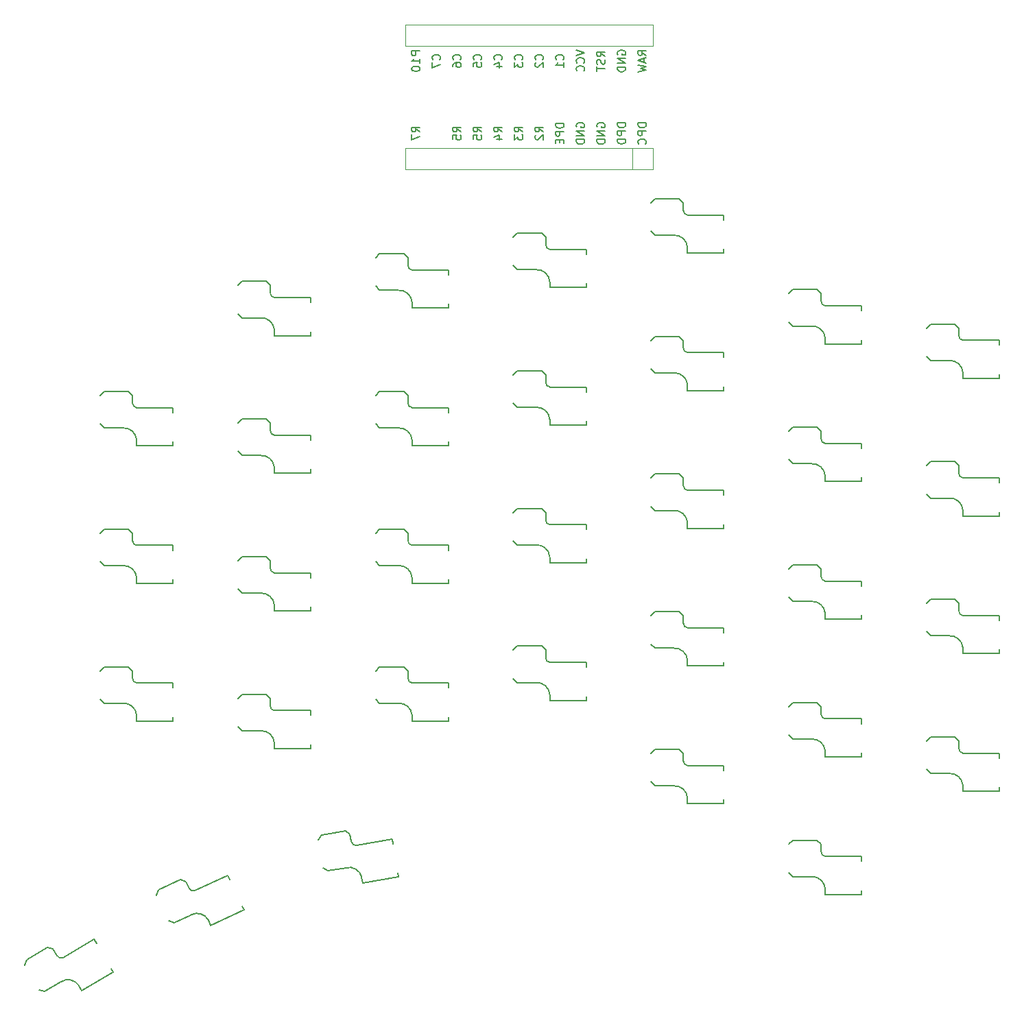
<source format=gbo>
G04 #@! TF.GenerationSoftware,KiCad,Pcbnew,8.0.8+1*
G04 #@! TF.CreationDate,2025-08-10T15:44:05+00:00*
G04 #@! TF.ProjectId,right_pcb,72696768-745f-4706-9362-2e6b69636164,v0.2*
G04 #@! TF.SameCoordinates,Original*
G04 #@! TF.FileFunction,Legend,Bot*
G04 #@! TF.FilePolarity,Positive*
%FSLAX46Y46*%
G04 Gerber Fmt 4.6, Leading zero omitted, Abs format (unit mm)*
G04 Created by KiCad (PCBNEW 8.0.8+1) date 2025-08-10 15:44:05*
%MOMM*%
%LPD*%
G01*
G04 APERTURE LIST*
%ADD10C,0.150000*%
%ADD11C,0.120000*%
%ADD12O,1.850000X1.300000*%
%ADD13C,1.800000*%
%ADD14C,1.000000*%
%ADD15C,2.000000*%
%ADD16C,3.100000*%
%ADD17C,3.500000*%
G04 APERTURE END LIST*
D10*
X258149580Y-41133333D02*
X258197200Y-41085714D01*
X258197200Y-41085714D02*
X258244819Y-40942857D01*
X258244819Y-40942857D02*
X258244819Y-40847619D01*
X258244819Y-40847619D02*
X258197200Y-40704762D01*
X258197200Y-40704762D02*
X258101961Y-40609524D01*
X258101961Y-40609524D02*
X258006723Y-40561905D01*
X258006723Y-40561905D02*
X257816247Y-40514286D01*
X257816247Y-40514286D02*
X257673390Y-40514286D01*
X257673390Y-40514286D02*
X257482914Y-40561905D01*
X257482914Y-40561905D02*
X257387676Y-40609524D01*
X257387676Y-40609524D02*
X257292438Y-40704762D01*
X257292438Y-40704762D02*
X257244819Y-40847619D01*
X257244819Y-40847619D02*
X257244819Y-40942857D01*
X257244819Y-40942857D02*
X257292438Y-41085714D01*
X257292438Y-41085714D02*
X257340057Y-41133333D01*
X258244819Y-42085714D02*
X258244819Y-41514286D01*
X258244819Y-41800000D02*
X257244819Y-41800000D01*
X257244819Y-41800000D02*
X257387676Y-41704762D01*
X257387676Y-41704762D02*
X257482914Y-41609524D01*
X257482914Y-41609524D02*
X257530533Y-41514286D01*
X258244819Y-49025714D02*
X257244819Y-49025714D01*
X257244819Y-49025714D02*
X257244819Y-49263809D01*
X257244819Y-49263809D02*
X257292438Y-49406666D01*
X257292438Y-49406666D02*
X257387676Y-49501904D01*
X257387676Y-49501904D02*
X257482914Y-49549523D01*
X257482914Y-49549523D02*
X257673390Y-49597142D01*
X257673390Y-49597142D02*
X257816247Y-49597142D01*
X257816247Y-49597142D02*
X258006723Y-49549523D01*
X258006723Y-49549523D02*
X258101961Y-49501904D01*
X258101961Y-49501904D02*
X258197200Y-49406666D01*
X258197200Y-49406666D02*
X258244819Y-49263809D01*
X258244819Y-49263809D02*
X258244819Y-49025714D01*
X258244819Y-50025714D02*
X257244819Y-50025714D01*
X257244819Y-50025714D02*
X257244819Y-50406666D01*
X257244819Y-50406666D02*
X257292438Y-50501904D01*
X257292438Y-50501904D02*
X257340057Y-50549523D01*
X257340057Y-50549523D02*
X257435295Y-50597142D01*
X257435295Y-50597142D02*
X257578152Y-50597142D01*
X257578152Y-50597142D02*
X257673390Y-50549523D01*
X257673390Y-50549523D02*
X257721009Y-50501904D01*
X257721009Y-50501904D02*
X257768628Y-50406666D01*
X257768628Y-50406666D02*
X257768628Y-50025714D01*
X257721009Y-51025714D02*
X257721009Y-51359047D01*
X258244819Y-51501904D02*
X258244819Y-51025714D01*
X258244819Y-51025714D02*
X257244819Y-51025714D01*
X257244819Y-51025714D02*
X257244819Y-51501904D01*
X268404819Y-40609523D02*
X267928628Y-40276190D01*
X268404819Y-40038095D02*
X267404819Y-40038095D01*
X267404819Y-40038095D02*
X267404819Y-40419047D01*
X267404819Y-40419047D02*
X267452438Y-40514285D01*
X267452438Y-40514285D02*
X267500057Y-40561904D01*
X267500057Y-40561904D02*
X267595295Y-40609523D01*
X267595295Y-40609523D02*
X267738152Y-40609523D01*
X267738152Y-40609523D02*
X267833390Y-40561904D01*
X267833390Y-40561904D02*
X267881009Y-40514285D01*
X267881009Y-40514285D02*
X267928628Y-40419047D01*
X267928628Y-40419047D02*
X267928628Y-40038095D01*
X268119104Y-40990476D02*
X268119104Y-41466666D01*
X268404819Y-40895238D02*
X267404819Y-41228571D01*
X267404819Y-41228571D02*
X268404819Y-41561904D01*
X267404819Y-41800000D02*
X268404819Y-42038095D01*
X268404819Y-42038095D02*
X267690533Y-42228571D01*
X267690533Y-42228571D02*
X268404819Y-42419047D01*
X268404819Y-42419047D02*
X267404819Y-42657143D01*
X240464819Y-50073333D02*
X239988628Y-49740000D01*
X240464819Y-49501905D02*
X239464819Y-49501905D01*
X239464819Y-49501905D02*
X239464819Y-49882857D01*
X239464819Y-49882857D02*
X239512438Y-49978095D01*
X239512438Y-49978095D02*
X239560057Y-50025714D01*
X239560057Y-50025714D02*
X239655295Y-50073333D01*
X239655295Y-50073333D02*
X239798152Y-50073333D01*
X239798152Y-50073333D02*
X239893390Y-50025714D01*
X239893390Y-50025714D02*
X239941009Y-49978095D01*
X239941009Y-49978095D02*
X239988628Y-49882857D01*
X239988628Y-49882857D02*
X239988628Y-49501905D01*
X239464819Y-50406667D02*
X239464819Y-51073333D01*
X239464819Y-51073333D02*
X240464819Y-50644762D01*
X259784819Y-39966667D02*
X260784819Y-40300000D01*
X260784819Y-40300000D02*
X259784819Y-40633333D01*
X260689580Y-41538095D02*
X260737200Y-41490476D01*
X260737200Y-41490476D02*
X260784819Y-41347619D01*
X260784819Y-41347619D02*
X260784819Y-41252381D01*
X260784819Y-41252381D02*
X260737200Y-41109524D01*
X260737200Y-41109524D02*
X260641961Y-41014286D01*
X260641961Y-41014286D02*
X260546723Y-40966667D01*
X260546723Y-40966667D02*
X260356247Y-40919048D01*
X260356247Y-40919048D02*
X260213390Y-40919048D01*
X260213390Y-40919048D02*
X260022914Y-40966667D01*
X260022914Y-40966667D02*
X259927676Y-41014286D01*
X259927676Y-41014286D02*
X259832438Y-41109524D01*
X259832438Y-41109524D02*
X259784819Y-41252381D01*
X259784819Y-41252381D02*
X259784819Y-41347619D01*
X259784819Y-41347619D02*
X259832438Y-41490476D01*
X259832438Y-41490476D02*
X259880057Y-41538095D01*
X260689580Y-42538095D02*
X260737200Y-42490476D01*
X260737200Y-42490476D02*
X260784819Y-42347619D01*
X260784819Y-42347619D02*
X260784819Y-42252381D01*
X260784819Y-42252381D02*
X260737200Y-42109524D01*
X260737200Y-42109524D02*
X260641961Y-42014286D01*
X260641961Y-42014286D02*
X260546723Y-41966667D01*
X260546723Y-41966667D02*
X260356247Y-41919048D01*
X260356247Y-41919048D02*
X260213390Y-41919048D01*
X260213390Y-41919048D02*
X260022914Y-41966667D01*
X260022914Y-41966667D02*
X259927676Y-42014286D01*
X259927676Y-42014286D02*
X259832438Y-42109524D01*
X259832438Y-42109524D02*
X259784819Y-42252381D01*
X259784819Y-42252381D02*
X259784819Y-42347619D01*
X259784819Y-42347619D02*
X259832438Y-42490476D01*
X259832438Y-42490476D02*
X259880057Y-42538095D01*
X268404819Y-48978095D02*
X267404819Y-48978095D01*
X267404819Y-48978095D02*
X267404819Y-49216190D01*
X267404819Y-49216190D02*
X267452438Y-49359047D01*
X267452438Y-49359047D02*
X267547676Y-49454285D01*
X267547676Y-49454285D02*
X267642914Y-49501904D01*
X267642914Y-49501904D02*
X267833390Y-49549523D01*
X267833390Y-49549523D02*
X267976247Y-49549523D01*
X267976247Y-49549523D02*
X268166723Y-49501904D01*
X268166723Y-49501904D02*
X268261961Y-49454285D01*
X268261961Y-49454285D02*
X268357200Y-49359047D01*
X268357200Y-49359047D02*
X268404819Y-49216190D01*
X268404819Y-49216190D02*
X268404819Y-48978095D01*
X268404819Y-49978095D02*
X267404819Y-49978095D01*
X267404819Y-49978095D02*
X267404819Y-50359047D01*
X267404819Y-50359047D02*
X267452438Y-50454285D01*
X267452438Y-50454285D02*
X267500057Y-50501904D01*
X267500057Y-50501904D02*
X267595295Y-50549523D01*
X267595295Y-50549523D02*
X267738152Y-50549523D01*
X267738152Y-50549523D02*
X267833390Y-50501904D01*
X267833390Y-50501904D02*
X267881009Y-50454285D01*
X267881009Y-50454285D02*
X267928628Y-50359047D01*
X267928628Y-50359047D02*
X267928628Y-49978095D01*
X268309580Y-51549523D02*
X268357200Y-51501904D01*
X268357200Y-51501904D02*
X268404819Y-51359047D01*
X268404819Y-51359047D02*
X268404819Y-51263809D01*
X268404819Y-51263809D02*
X268357200Y-51120952D01*
X268357200Y-51120952D02*
X268261961Y-51025714D01*
X268261961Y-51025714D02*
X268166723Y-50978095D01*
X268166723Y-50978095D02*
X267976247Y-50930476D01*
X267976247Y-50930476D02*
X267833390Y-50930476D01*
X267833390Y-50930476D02*
X267642914Y-50978095D01*
X267642914Y-50978095D02*
X267547676Y-51025714D01*
X267547676Y-51025714D02*
X267452438Y-51120952D01*
X267452438Y-51120952D02*
X267404819Y-51263809D01*
X267404819Y-51263809D02*
X267404819Y-51359047D01*
X267404819Y-51359047D02*
X267452438Y-51501904D01*
X267452438Y-51501904D02*
X267500057Y-51549523D01*
X264912438Y-40538095D02*
X264864819Y-40442857D01*
X264864819Y-40442857D02*
X264864819Y-40300000D01*
X264864819Y-40300000D02*
X264912438Y-40157143D01*
X264912438Y-40157143D02*
X265007676Y-40061905D01*
X265007676Y-40061905D02*
X265102914Y-40014286D01*
X265102914Y-40014286D02*
X265293390Y-39966667D01*
X265293390Y-39966667D02*
X265436247Y-39966667D01*
X265436247Y-39966667D02*
X265626723Y-40014286D01*
X265626723Y-40014286D02*
X265721961Y-40061905D01*
X265721961Y-40061905D02*
X265817200Y-40157143D01*
X265817200Y-40157143D02*
X265864819Y-40300000D01*
X265864819Y-40300000D02*
X265864819Y-40395238D01*
X265864819Y-40395238D02*
X265817200Y-40538095D01*
X265817200Y-40538095D02*
X265769580Y-40585714D01*
X265769580Y-40585714D02*
X265436247Y-40585714D01*
X265436247Y-40585714D02*
X265436247Y-40395238D01*
X265864819Y-41014286D02*
X264864819Y-41014286D01*
X264864819Y-41014286D02*
X265864819Y-41585714D01*
X265864819Y-41585714D02*
X264864819Y-41585714D01*
X265864819Y-42061905D02*
X264864819Y-42061905D01*
X264864819Y-42061905D02*
X264864819Y-42300000D01*
X264864819Y-42300000D02*
X264912438Y-42442857D01*
X264912438Y-42442857D02*
X265007676Y-42538095D01*
X265007676Y-42538095D02*
X265102914Y-42585714D01*
X265102914Y-42585714D02*
X265293390Y-42633333D01*
X265293390Y-42633333D02*
X265436247Y-42633333D01*
X265436247Y-42633333D02*
X265626723Y-42585714D01*
X265626723Y-42585714D02*
X265721961Y-42538095D01*
X265721961Y-42538095D02*
X265817200Y-42442857D01*
X265817200Y-42442857D02*
X265864819Y-42300000D01*
X265864819Y-42300000D02*
X265864819Y-42061905D01*
X253069580Y-41133333D02*
X253117200Y-41085714D01*
X253117200Y-41085714D02*
X253164819Y-40942857D01*
X253164819Y-40942857D02*
X253164819Y-40847619D01*
X253164819Y-40847619D02*
X253117200Y-40704762D01*
X253117200Y-40704762D02*
X253021961Y-40609524D01*
X253021961Y-40609524D02*
X252926723Y-40561905D01*
X252926723Y-40561905D02*
X252736247Y-40514286D01*
X252736247Y-40514286D02*
X252593390Y-40514286D01*
X252593390Y-40514286D02*
X252402914Y-40561905D01*
X252402914Y-40561905D02*
X252307676Y-40609524D01*
X252307676Y-40609524D02*
X252212438Y-40704762D01*
X252212438Y-40704762D02*
X252164819Y-40847619D01*
X252164819Y-40847619D02*
X252164819Y-40942857D01*
X252164819Y-40942857D02*
X252212438Y-41085714D01*
X252212438Y-41085714D02*
X252260057Y-41133333D01*
X252164819Y-41466667D02*
X252164819Y-42085714D01*
X252164819Y-42085714D02*
X252545771Y-41752381D01*
X252545771Y-41752381D02*
X252545771Y-41895238D01*
X252545771Y-41895238D02*
X252593390Y-41990476D01*
X252593390Y-41990476D02*
X252641009Y-42038095D01*
X252641009Y-42038095D02*
X252736247Y-42085714D01*
X252736247Y-42085714D02*
X252974342Y-42085714D01*
X252974342Y-42085714D02*
X253069580Y-42038095D01*
X253069580Y-42038095D02*
X253117200Y-41990476D01*
X253117200Y-41990476D02*
X253164819Y-41895238D01*
X253164819Y-41895238D02*
X253164819Y-41609524D01*
X253164819Y-41609524D02*
X253117200Y-41514286D01*
X253117200Y-41514286D02*
X253069580Y-41466667D01*
X245449580Y-41133333D02*
X245497200Y-41085714D01*
X245497200Y-41085714D02*
X245544819Y-40942857D01*
X245544819Y-40942857D02*
X245544819Y-40847619D01*
X245544819Y-40847619D02*
X245497200Y-40704762D01*
X245497200Y-40704762D02*
X245401961Y-40609524D01*
X245401961Y-40609524D02*
X245306723Y-40561905D01*
X245306723Y-40561905D02*
X245116247Y-40514286D01*
X245116247Y-40514286D02*
X244973390Y-40514286D01*
X244973390Y-40514286D02*
X244782914Y-40561905D01*
X244782914Y-40561905D02*
X244687676Y-40609524D01*
X244687676Y-40609524D02*
X244592438Y-40704762D01*
X244592438Y-40704762D02*
X244544819Y-40847619D01*
X244544819Y-40847619D02*
X244544819Y-40942857D01*
X244544819Y-40942857D02*
X244592438Y-41085714D01*
X244592438Y-41085714D02*
X244640057Y-41133333D01*
X244544819Y-41990476D02*
X244544819Y-41800000D01*
X244544819Y-41800000D02*
X244592438Y-41704762D01*
X244592438Y-41704762D02*
X244640057Y-41657143D01*
X244640057Y-41657143D02*
X244782914Y-41561905D01*
X244782914Y-41561905D02*
X244973390Y-41514286D01*
X244973390Y-41514286D02*
X245354342Y-41514286D01*
X245354342Y-41514286D02*
X245449580Y-41561905D01*
X245449580Y-41561905D02*
X245497200Y-41609524D01*
X245497200Y-41609524D02*
X245544819Y-41704762D01*
X245544819Y-41704762D02*
X245544819Y-41895238D01*
X245544819Y-41895238D02*
X245497200Y-41990476D01*
X245497200Y-41990476D02*
X245449580Y-42038095D01*
X245449580Y-42038095D02*
X245354342Y-42085714D01*
X245354342Y-42085714D02*
X245116247Y-42085714D01*
X245116247Y-42085714D02*
X245021009Y-42038095D01*
X245021009Y-42038095D02*
X244973390Y-41990476D01*
X244973390Y-41990476D02*
X244925771Y-41895238D01*
X244925771Y-41895238D02*
X244925771Y-41704762D01*
X244925771Y-41704762D02*
X244973390Y-41609524D01*
X244973390Y-41609524D02*
X245021009Y-41561905D01*
X245021009Y-41561905D02*
X245116247Y-41514286D01*
X242909580Y-41133333D02*
X242957200Y-41085714D01*
X242957200Y-41085714D02*
X243004819Y-40942857D01*
X243004819Y-40942857D02*
X243004819Y-40847619D01*
X243004819Y-40847619D02*
X242957200Y-40704762D01*
X242957200Y-40704762D02*
X242861961Y-40609524D01*
X242861961Y-40609524D02*
X242766723Y-40561905D01*
X242766723Y-40561905D02*
X242576247Y-40514286D01*
X242576247Y-40514286D02*
X242433390Y-40514286D01*
X242433390Y-40514286D02*
X242242914Y-40561905D01*
X242242914Y-40561905D02*
X242147676Y-40609524D01*
X242147676Y-40609524D02*
X242052438Y-40704762D01*
X242052438Y-40704762D02*
X242004819Y-40847619D01*
X242004819Y-40847619D02*
X242004819Y-40942857D01*
X242004819Y-40942857D02*
X242052438Y-41085714D01*
X242052438Y-41085714D02*
X242100057Y-41133333D01*
X242004819Y-41466667D02*
X242004819Y-42133333D01*
X242004819Y-42133333D02*
X243004819Y-41704762D01*
X255704819Y-50073333D02*
X255228628Y-49740000D01*
X255704819Y-49501905D02*
X254704819Y-49501905D01*
X254704819Y-49501905D02*
X254704819Y-49882857D01*
X254704819Y-49882857D02*
X254752438Y-49978095D01*
X254752438Y-49978095D02*
X254800057Y-50025714D01*
X254800057Y-50025714D02*
X254895295Y-50073333D01*
X254895295Y-50073333D02*
X255038152Y-50073333D01*
X255038152Y-50073333D02*
X255133390Y-50025714D01*
X255133390Y-50025714D02*
X255181009Y-49978095D01*
X255181009Y-49978095D02*
X255228628Y-49882857D01*
X255228628Y-49882857D02*
X255228628Y-49501905D01*
X254800057Y-50454286D02*
X254752438Y-50501905D01*
X254752438Y-50501905D02*
X254704819Y-50597143D01*
X254704819Y-50597143D02*
X254704819Y-50835238D01*
X254704819Y-50835238D02*
X254752438Y-50930476D01*
X254752438Y-50930476D02*
X254800057Y-50978095D01*
X254800057Y-50978095D02*
X254895295Y-51025714D01*
X254895295Y-51025714D02*
X254990533Y-51025714D01*
X254990533Y-51025714D02*
X255133390Y-50978095D01*
X255133390Y-50978095D02*
X255704819Y-50406667D01*
X255704819Y-50406667D02*
X255704819Y-51025714D01*
X245544819Y-50073333D02*
X245068628Y-49740000D01*
X245544819Y-49501905D02*
X244544819Y-49501905D01*
X244544819Y-49501905D02*
X244544819Y-49882857D01*
X244544819Y-49882857D02*
X244592438Y-49978095D01*
X244592438Y-49978095D02*
X244640057Y-50025714D01*
X244640057Y-50025714D02*
X244735295Y-50073333D01*
X244735295Y-50073333D02*
X244878152Y-50073333D01*
X244878152Y-50073333D02*
X244973390Y-50025714D01*
X244973390Y-50025714D02*
X245021009Y-49978095D01*
X245021009Y-49978095D02*
X245068628Y-49882857D01*
X245068628Y-49882857D02*
X245068628Y-49501905D01*
X244544819Y-50978095D02*
X244544819Y-50501905D01*
X244544819Y-50501905D02*
X245021009Y-50454286D01*
X245021009Y-50454286D02*
X244973390Y-50501905D01*
X244973390Y-50501905D02*
X244925771Y-50597143D01*
X244925771Y-50597143D02*
X244925771Y-50835238D01*
X244925771Y-50835238D02*
X244973390Y-50930476D01*
X244973390Y-50930476D02*
X245021009Y-50978095D01*
X245021009Y-50978095D02*
X245116247Y-51025714D01*
X245116247Y-51025714D02*
X245354342Y-51025714D01*
X245354342Y-51025714D02*
X245449580Y-50978095D01*
X245449580Y-50978095D02*
X245497200Y-50930476D01*
X245497200Y-50930476D02*
X245544819Y-50835238D01*
X245544819Y-50835238D02*
X245544819Y-50597143D01*
X245544819Y-50597143D02*
X245497200Y-50501905D01*
X245497200Y-50501905D02*
X245449580Y-50454286D01*
X255609580Y-41133333D02*
X255657200Y-41085714D01*
X255657200Y-41085714D02*
X255704819Y-40942857D01*
X255704819Y-40942857D02*
X255704819Y-40847619D01*
X255704819Y-40847619D02*
X255657200Y-40704762D01*
X255657200Y-40704762D02*
X255561961Y-40609524D01*
X255561961Y-40609524D02*
X255466723Y-40561905D01*
X255466723Y-40561905D02*
X255276247Y-40514286D01*
X255276247Y-40514286D02*
X255133390Y-40514286D01*
X255133390Y-40514286D02*
X254942914Y-40561905D01*
X254942914Y-40561905D02*
X254847676Y-40609524D01*
X254847676Y-40609524D02*
X254752438Y-40704762D01*
X254752438Y-40704762D02*
X254704819Y-40847619D01*
X254704819Y-40847619D02*
X254704819Y-40942857D01*
X254704819Y-40942857D02*
X254752438Y-41085714D01*
X254752438Y-41085714D02*
X254800057Y-41133333D01*
X254800057Y-41514286D02*
X254752438Y-41561905D01*
X254752438Y-41561905D02*
X254704819Y-41657143D01*
X254704819Y-41657143D02*
X254704819Y-41895238D01*
X254704819Y-41895238D02*
X254752438Y-41990476D01*
X254752438Y-41990476D02*
X254800057Y-42038095D01*
X254800057Y-42038095D02*
X254895295Y-42085714D01*
X254895295Y-42085714D02*
X254990533Y-42085714D01*
X254990533Y-42085714D02*
X255133390Y-42038095D01*
X255133390Y-42038095D02*
X255704819Y-41466667D01*
X255704819Y-41466667D02*
X255704819Y-42085714D01*
X247989580Y-41133333D02*
X248037200Y-41085714D01*
X248037200Y-41085714D02*
X248084819Y-40942857D01*
X248084819Y-40942857D02*
X248084819Y-40847619D01*
X248084819Y-40847619D02*
X248037200Y-40704762D01*
X248037200Y-40704762D02*
X247941961Y-40609524D01*
X247941961Y-40609524D02*
X247846723Y-40561905D01*
X247846723Y-40561905D02*
X247656247Y-40514286D01*
X247656247Y-40514286D02*
X247513390Y-40514286D01*
X247513390Y-40514286D02*
X247322914Y-40561905D01*
X247322914Y-40561905D02*
X247227676Y-40609524D01*
X247227676Y-40609524D02*
X247132438Y-40704762D01*
X247132438Y-40704762D02*
X247084819Y-40847619D01*
X247084819Y-40847619D02*
X247084819Y-40942857D01*
X247084819Y-40942857D02*
X247132438Y-41085714D01*
X247132438Y-41085714D02*
X247180057Y-41133333D01*
X247084819Y-42038095D02*
X247084819Y-41561905D01*
X247084819Y-41561905D02*
X247561009Y-41514286D01*
X247561009Y-41514286D02*
X247513390Y-41561905D01*
X247513390Y-41561905D02*
X247465771Y-41657143D01*
X247465771Y-41657143D02*
X247465771Y-41895238D01*
X247465771Y-41895238D02*
X247513390Y-41990476D01*
X247513390Y-41990476D02*
X247561009Y-42038095D01*
X247561009Y-42038095D02*
X247656247Y-42085714D01*
X247656247Y-42085714D02*
X247894342Y-42085714D01*
X247894342Y-42085714D02*
X247989580Y-42038095D01*
X247989580Y-42038095D02*
X248037200Y-41990476D01*
X248037200Y-41990476D02*
X248084819Y-41895238D01*
X248084819Y-41895238D02*
X248084819Y-41657143D01*
X248084819Y-41657143D02*
X248037200Y-41561905D01*
X248037200Y-41561905D02*
X247989580Y-41514286D01*
X248084819Y-50073333D02*
X247608628Y-49740000D01*
X248084819Y-49501905D02*
X247084819Y-49501905D01*
X247084819Y-49501905D02*
X247084819Y-49882857D01*
X247084819Y-49882857D02*
X247132438Y-49978095D01*
X247132438Y-49978095D02*
X247180057Y-50025714D01*
X247180057Y-50025714D02*
X247275295Y-50073333D01*
X247275295Y-50073333D02*
X247418152Y-50073333D01*
X247418152Y-50073333D02*
X247513390Y-50025714D01*
X247513390Y-50025714D02*
X247561009Y-49978095D01*
X247561009Y-49978095D02*
X247608628Y-49882857D01*
X247608628Y-49882857D02*
X247608628Y-49501905D01*
X247084819Y-50978095D02*
X247084819Y-50501905D01*
X247084819Y-50501905D02*
X247561009Y-50454286D01*
X247561009Y-50454286D02*
X247513390Y-50501905D01*
X247513390Y-50501905D02*
X247465771Y-50597143D01*
X247465771Y-50597143D02*
X247465771Y-50835238D01*
X247465771Y-50835238D02*
X247513390Y-50930476D01*
X247513390Y-50930476D02*
X247561009Y-50978095D01*
X247561009Y-50978095D02*
X247656247Y-51025714D01*
X247656247Y-51025714D02*
X247894342Y-51025714D01*
X247894342Y-51025714D02*
X247989580Y-50978095D01*
X247989580Y-50978095D02*
X248037200Y-50930476D01*
X248037200Y-50930476D02*
X248084819Y-50835238D01*
X248084819Y-50835238D02*
X248084819Y-50597143D01*
X248084819Y-50597143D02*
X248037200Y-50501905D01*
X248037200Y-50501905D02*
X247989580Y-50454286D01*
X250529580Y-41133333D02*
X250577200Y-41085714D01*
X250577200Y-41085714D02*
X250624819Y-40942857D01*
X250624819Y-40942857D02*
X250624819Y-40847619D01*
X250624819Y-40847619D02*
X250577200Y-40704762D01*
X250577200Y-40704762D02*
X250481961Y-40609524D01*
X250481961Y-40609524D02*
X250386723Y-40561905D01*
X250386723Y-40561905D02*
X250196247Y-40514286D01*
X250196247Y-40514286D02*
X250053390Y-40514286D01*
X250053390Y-40514286D02*
X249862914Y-40561905D01*
X249862914Y-40561905D02*
X249767676Y-40609524D01*
X249767676Y-40609524D02*
X249672438Y-40704762D01*
X249672438Y-40704762D02*
X249624819Y-40847619D01*
X249624819Y-40847619D02*
X249624819Y-40942857D01*
X249624819Y-40942857D02*
X249672438Y-41085714D01*
X249672438Y-41085714D02*
X249720057Y-41133333D01*
X249958152Y-41990476D02*
X250624819Y-41990476D01*
X249577200Y-41752381D02*
X250291485Y-41514286D01*
X250291485Y-41514286D02*
X250291485Y-42133333D01*
X262372438Y-49478095D02*
X262324819Y-49382857D01*
X262324819Y-49382857D02*
X262324819Y-49240000D01*
X262324819Y-49240000D02*
X262372438Y-49097143D01*
X262372438Y-49097143D02*
X262467676Y-49001905D01*
X262467676Y-49001905D02*
X262562914Y-48954286D01*
X262562914Y-48954286D02*
X262753390Y-48906667D01*
X262753390Y-48906667D02*
X262896247Y-48906667D01*
X262896247Y-48906667D02*
X263086723Y-48954286D01*
X263086723Y-48954286D02*
X263181961Y-49001905D01*
X263181961Y-49001905D02*
X263277200Y-49097143D01*
X263277200Y-49097143D02*
X263324819Y-49240000D01*
X263324819Y-49240000D02*
X263324819Y-49335238D01*
X263324819Y-49335238D02*
X263277200Y-49478095D01*
X263277200Y-49478095D02*
X263229580Y-49525714D01*
X263229580Y-49525714D02*
X262896247Y-49525714D01*
X262896247Y-49525714D02*
X262896247Y-49335238D01*
X263324819Y-49954286D02*
X262324819Y-49954286D01*
X262324819Y-49954286D02*
X263324819Y-50525714D01*
X263324819Y-50525714D02*
X262324819Y-50525714D01*
X263324819Y-51001905D02*
X262324819Y-51001905D01*
X262324819Y-51001905D02*
X262324819Y-51240000D01*
X262324819Y-51240000D02*
X262372438Y-51382857D01*
X262372438Y-51382857D02*
X262467676Y-51478095D01*
X262467676Y-51478095D02*
X262562914Y-51525714D01*
X262562914Y-51525714D02*
X262753390Y-51573333D01*
X262753390Y-51573333D02*
X262896247Y-51573333D01*
X262896247Y-51573333D02*
X263086723Y-51525714D01*
X263086723Y-51525714D02*
X263181961Y-51478095D01*
X263181961Y-51478095D02*
X263277200Y-51382857D01*
X263277200Y-51382857D02*
X263324819Y-51240000D01*
X263324819Y-51240000D02*
X263324819Y-51001905D01*
X240464819Y-40085714D02*
X239464819Y-40085714D01*
X239464819Y-40085714D02*
X239464819Y-40466666D01*
X239464819Y-40466666D02*
X239512438Y-40561904D01*
X239512438Y-40561904D02*
X239560057Y-40609523D01*
X239560057Y-40609523D02*
X239655295Y-40657142D01*
X239655295Y-40657142D02*
X239798152Y-40657142D01*
X239798152Y-40657142D02*
X239893390Y-40609523D01*
X239893390Y-40609523D02*
X239941009Y-40561904D01*
X239941009Y-40561904D02*
X239988628Y-40466666D01*
X239988628Y-40466666D02*
X239988628Y-40085714D01*
X240464819Y-41609523D02*
X240464819Y-41038095D01*
X240464819Y-41323809D02*
X239464819Y-41323809D01*
X239464819Y-41323809D02*
X239607676Y-41228571D01*
X239607676Y-41228571D02*
X239702914Y-41133333D01*
X239702914Y-41133333D02*
X239750533Y-41038095D01*
X239464819Y-42228571D02*
X239464819Y-42323809D01*
X239464819Y-42323809D02*
X239512438Y-42419047D01*
X239512438Y-42419047D02*
X239560057Y-42466666D01*
X239560057Y-42466666D02*
X239655295Y-42514285D01*
X239655295Y-42514285D02*
X239845771Y-42561904D01*
X239845771Y-42561904D02*
X240083866Y-42561904D01*
X240083866Y-42561904D02*
X240274342Y-42514285D01*
X240274342Y-42514285D02*
X240369580Y-42466666D01*
X240369580Y-42466666D02*
X240417200Y-42419047D01*
X240417200Y-42419047D02*
X240464819Y-42323809D01*
X240464819Y-42323809D02*
X240464819Y-42228571D01*
X240464819Y-42228571D02*
X240417200Y-42133333D01*
X240417200Y-42133333D02*
X240369580Y-42085714D01*
X240369580Y-42085714D02*
X240274342Y-42038095D01*
X240274342Y-42038095D02*
X240083866Y-41990476D01*
X240083866Y-41990476D02*
X239845771Y-41990476D01*
X239845771Y-41990476D02*
X239655295Y-42038095D01*
X239655295Y-42038095D02*
X239560057Y-42085714D01*
X239560057Y-42085714D02*
X239512438Y-42133333D01*
X239512438Y-42133333D02*
X239464819Y-42228571D01*
X253164819Y-50073333D02*
X252688628Y-49740000D01*
X253164819Y-49501905D02*
X252164819Y-49501905D01*
X252164819Y-49501905D02*
X252164819Y-49882857D01*
X252164819Y-49882857D02*
X252212438Y-49978095D01*
X252212438Y-49978095D02*
X252260057Y-50025714D01*
X252260057Y-50025714D02*
X252355295Y-50073333D01*
X252355295Y-50073333D02*
X252498152Y-50073333D01*
X252498152Y-50073333D02*
X252593390Y-50025714D01*
X252593390Y-50025714D02*
X252641009Y-49978095D01*
X252641009Y-49978095D02*
X252688628Y-49882857D01*
X252688628Y-49882857D02*
X252688628Y-49501905D01*
X252164819Y-50406667D02*
X252164819Y-51025714D01*
X252164819Y-51025714D02*
X252545771Y-50692381D01*
X252545771Y-50692381D02*
X252545771Y-50835238D01*
X252545771Y-50835238D02*
X252593390Y-50930476D01*
X252593390Y-50930476D02*
X252641009Y-50978095D01*
X252641009Y-50978095D02*
X252736247Y-51025714D01*
X252736247Y-51025714D02*
X252974342Y-51025714D01*
X252974342Y-51025714D02*
X253069580Y-50978095D01*
X253069580Y-50978095D02*
X253117200Y-50930476D01*
X253117200Y-50930476D02*
X253164819Y-50835238D01*
X253164819Y-50835238D02*
X253164819Y-50549524D01*
X253164819Y-50549524D02*
X253117200Y-50454286D01*
X253117200Y-50454286D02*
X253069580Y-50406667D01*
X259832438Y-49478095D02*
X259784819Y-49382857D01*
X259784819Y-49382857D02*
X259784819Y-49240000D01*
X259784819Y-49240000D02*
X259832438Y-49097143D01*
X259832438Y-49097143D02*
X259927676Y-49001905D01*
X259927676Y-49001905D02*
X260022914Y-48954286D01*
X260022914Y-48954286D02*
X260213390Y-48906667D01*
X260213390Y-48906667D02*
X260356247Y-48906667D01*
X260356247Y-48906667D02*
X260546723Y-48954286D01*
X260546723Y-48954286D02*
X260641961Y-49001905D01*
X260641961Y-49001905D02*
X260737200Y-49097143D01*
X260737200Y-49097143D02*
X260784819Y-49240000D01*
X260784819Y-49240000D02*
X260784819Y-49335238D01*
X260784819Y-49335238D02*
X260737200Y-49478095D01*
X260737200Y-49478095D02*
X260689580Y-49525714D01*
X260689580Y-49525714D02*
X260356247Y-49525714D01*
X260356247Y-49525714D02*
X260356247Y-49335238D01*
X260784819Y-49954286D02*
X259784819Y-49954286D01*
X259784819Y-49954286D02*
X260784819Y-50525714D01*
X260784819Y-50525714D02*
X259784819Y-50525714D01*
X260784819Y-51001905D02*
X259784819Y-51001905D01*
X259784819Y-51001905D02*
X259784819Y-51240000D01*
X259784819Y-51240000D02*
X259832438Y-51382857D01*
X259832438Y-51382857D02*
X259927676Y-51478095D01*
X259927676Y-51478095D02*
X260022914Y-51525714D01*
X260022914Y-51525714D02*
X260213390Y-51573333D01*
X260213390Y-51573333D02*
X260356247Y-51573333D01*
X260356247Y-51573333D02*
X260546723Y-51525714D01*
X260546723Y-51525714D02*
X260641961Y-51478095D01*
X260641961Y-51478095D02*
X260737200Y-51382857D01*
X260737200Y-51382857D02*
X260784819Y-51240000D01*
X260784819Y-51240000D02*
X260784819Y-51001905D01*
X250624819Y-50073333D02*
X250148628Y-49740000D01*
X250624819Y-49501905D02*
X249624819Y-49501905D01*
X249624819Y-49501905D02*
X249624819Y-49882857D01*
X249624819Y-49882857D02*
X249672438Y-49978095D01*
X249672438Y-49978095D02*
X249720057Y-50025714D01*
X249720057Y-50025714D02*
X249815295Y-50073333D01*
X249815295Y-50073333D02*
X249958152Y-50073333D01*
X249958152Y-50073333D02*
X250053390Y-50025714D01*
X250053390Y-50025714D02*
X250101009Y-49978095D01*
X250101009Y-49978095D02*
X250148628Y-49882857D01*
X250148628Y-49882857D02*
X250148628Y-49501905D01*
X249958152Y-50930476D02*
X250624819Y-50930476D01*
X249577200Y-50692381D02*
X250291485Y-50454286D01*
X250291485Y-50454286D02*
X250291485Y-51073333D01*
X263324819Y-40752380D02*
X262848628Y-40419047D01*
X263324819Y-40180952D02*
X262324819Y-40180952D01*
X262324819Y-40180952D02*
X262324819Y-40561904D01*
X262324819Y-40561904D02*
X262372438Y-40657142D01*
X262372438Y-40657142D02*
X262420057Y-40704761D01*
X262420057Y-40704761D02*
X262515295Y-40752380D01*
X262515295Y-40752380D02*
X262658152Y-40752380D01*
X262658152Y-40752380D02*
X262753390Y-40704761D01*
X262753390Y-40704761D02*
X262801009Y-40657142D01*
X262801009Y-40657142D02*
X262848628Y-40561904D01*
X262848628Y-40561904D02*
X262848628Y-40180952D01*
X263277200Y-41133333D02*
X263324819Y-41276190D01*
X263324819Y-41276190D02*
X263324819Y-41514285D01*
X263324819Y-41514285D02*
X263277200Y-41609523D01*
X263277200Y-41609523D02*
X263229580Y-41657142D01*
X263229580Y-41657142D02*
X263134342Y-41704761D01*
X263134342Y-41704761D02*
X263039104Y-41704761D01*
X263039104Y-41704761D02*
X262943866Y-41657142D01*
X262943866Y-41657142D02*
X262896247Y-41609523D01*
X262896247Y-41609523D02*
X262848628Y-41514285D01*
X262848628Y-41514285D02*
X262801009Y-41323809D01*
X262801009Y-41323809D02*
X262753390Y-41228571D01*
X262753390Y-41228571D02*
X262705771Y-41180952D01*
X262705771Y-41180952D02*
X262610533Y-41133333D01*
X262610533Y-41133333D02*
X262515295Y-41133333D01*
X262515295Y-41133333D02*
X262420057Y-41180952D01*
X262420057Y-41180952D02*
X262372438Y-41228571D01*
X262372438Y-41228571D02*
X262324819Y-41323809D01*
X262324819Y-41323809D02*
X262324819Y-41561904D01*
X262324819Y-41561904D02*
X262372438Y-41704761D01*
X262324819Y-41990476D02*
X262324819Y-42561904D01*
X263324819Y-42276190D02*
X262324819Y-42276190D01*
X265864819Y-48978095D02*
X264864819Y-48978095D01*
X264864819Y-48978095D02*
X264864819Y-49216190D01*
X264864819Y-49216190D02*
X264912438Y-49359047D01*
X264912438Y-49359047D02*
X265007676Y-49454285D01*
X265007676Y-49454285D02*
X265102914Y-49501904D01*
X265102914Y-49501904D02*
X265293390Y-49549523D01*
X265293390Y-49549523D02*
X265436247Y-49549523D01*
X265436247Y-49549523D02*
X265626723Y-49501904D01*
X265626723Y-49501904D02*
X265721961Y-49454285D01*
X265721961Y-49454285D02*
X265817200Y-49359047D01*
X265817200Y-49359047D02*
X265864819Y-49216190D01*
X265864819Y-49216190D02*
X265864819Y-48978095D01*
X265864819Y-49978095D02*
X264864819Y-49978095D01*
X264864819Y-49978095D02*
X264864819Y-50359047D01*
X264864819Y-50359047D02*
X264912438Y-50454285D01*
X264912438Y-50454285D02*
X264960057Y-50501904D01*
X264960057Y-50501904D02*
X265055295Y-50549523D01*
X265055295Y-50549523D02*
X265198152Y-50549523D01*
X265198152Y-50549523D02*
X265293390Y-50501904D01*
X265293390Y-50501904D02*
X265341009Y-50454285D01*
X265341009Y-50454285D02*
X265388628Y-50359047D01*
X265388628Y-50359047D02*
X265388628Y-49978095D01*
X265864819Y-50978095D02*
X264864819Y-50978095D01*
X264864819Y-50978095D02*
X264864819Y-51216190D01*
X264864819Y-51216190D02*
X264912438Y-51359047D01*
X264912438Y-51359047D02*
X265007676Y-51454285D01*
X265007676Y-51454285D02*
X265102914Y-51501904D01*
X265102914Y-51501904D02*
X265293390Y-51549523D01*
X265293390Y-51549523D02*
X265436247Y-51549523D01*
X265436247Y-51549523D02*
X265626723Y-51501904D01*
X265626723Y-51501904D02*
X265721961Y-51454285D01*
X265721961Y-51454285D02*
X265817200Y-51359047D01*
X265817200Y-51359047D02*
X265864819Y-51216190D01*
X265864819Y-51216190D02*
X265864819Y-50978095D01*
D11*
X238680000Y-39480000D02*
X238680000Y-36820000D01*
X238680000Y-54720000D02*
X238680000Y-52060000D01*
X266680000Y-54720000D02*
X266680000Y-52060000D01*
X269280000Y-36820000D02*
X238680000Y-36820000D01*
X269280000Y-39480000D02*
X238680000Y-39480000D01*
X269280000Y-39480000D02*
X269280000Y-36820000D01*
X269280000Y-52060000D02*
X238680000Y-52060000D01*
X269280000Y-54720000D02*
X238680000Y-54720000D01*
X269280000Y-54720000D02*
X269280000Y-52060000D01*
D10*
X218500000Y-85530000D02*
X218000000Y-86030000D01*
X218500000Y-90030000D02*
X218000000Y-89530000D01*
X220800000Y-90030000D02*
X218500000Y-90030000D01*
X221500000Y-85530000D02*
X218500000Y-85530000D01*
X222000000Y-86030000D02*
X221500000Y-85530000D01*
X222000000Y-86030000D02*
X222000000Y-86950000D01*
X222500000Y-92230000D02*
X222500000Y-91530000D01*
X222520000Y-87530000D02*
X227000000Y-87530000D01*
X227000000Y-87530000D02*
X227000000Y-88130000D01*
X227000000Y-91730000D02*
X227000000Y-92230000D01*
X227000000Y-92230000D02*
X222500000Y-92230000D01*
X220800000Y-90030000D02*
G75*
G02*
X222500000Y-91510000I110000J-1590000D01*
G01*
X222520000Y-87530000D02*
G75*
G02*
X222000000Y-86950000I30000J550000D01*
G01*
X252500000Y-79580000D02*
X252000000Y-80080000D01*
X252500000Y-84080000D02*
X252000000Y-83580000D01*
X254800000Y-84080000D02*
X252500000Y-84080000D01*
X255500000Y-79580000D02*
X252500000Y-79580000D01*
X256000000Y-80080000D02*
X255500000Y-79580000D01*
X256000000Y-80080000D02*
X256000000Y-81000000D01*
X256500000Y-86280000D02*
X256500000Y-85580000D01*
X256520000Y-81580000D02*
X261000000Y-81580000D01*
X261000000Y-81580000D02*
X261000000Y-82180000D01*
X261000000Y-85780000D02*
X261000000Y-86280000D01*
X261000000Y-86280000D02*
X256500000Y-86280000D01*
X254800000Y-84080000D02*
G75*
G02*
X256500000Y-85560000I110000J-1590000D01*
G01*
X256520000Y-81580000D02*
G75*
G02*
X256000000Y-81000000I30000J550000D01*
G01*
X303500000Y-124800000D02*
X303000000Y-125300000D01*
X303500000Y-129300000D02*
X303000000Y-128800000D01*
X305800000Y-129300000D02*
X303500000Y-129300000D01*
X306500000Y-124800000D02*
X303500000Y-124800000D01*
X307000000Y-125300000D02*
X306500000Y-124800000D01*
X307000000Y-125300000D02*
X307000000Y-126220000D01*
X307500000Y-131500000D02*
X307500000Y-130800000D01*
X307520000Y-126800000D02*
X312000000Y-126800000D01*
X312000000Y-126800000D02*
X312000000Y-127400000D01*
X312000000Y-131000000D02*
X312000000Y-131500000D01*
X312000000Y-131500000D02*
X307500000Y-131500000D01*
X305800000Y-129300000D02*
G75*
G02*
X307500000Y-130780000I110000J-1590000D01*
G01*
X307520000Y-126800000D02*
G75*
G02*
X307000000Y-126220000I30000J550000D01*
G01*
X235500000Y-65130000D02*
X235000000Y-65630000D01*
X235500000Y-69630000D02*
X235000000Y-69130000D01*
X237800000Y-69630000D02*
X235500000Y-69630000D01*
X238500000Y-65130000D02*
X235500000Y-65130000D01*
X239000000Y-65630000D02*
X238500000Y-65130000D01*
X239000000Y-65630000D02*
X239000000Y-66550000D01*
X239500000Y-71830000D02*
X239500000Y-71130000D01*
X239520000Y-67130000D02*
X244000000Y-67130000D01*
X244000000Y-67130000D02*
X244000000Y-67730000D01*
X244000000Y-71330000D02*
X244000000Y-71830000D01*
X244000000Y-71830000D02*
X239500000Y-71830000D01*
X237800000Y-69630000D02*
G75*
G02*
X239500000Y-71110000I110000J-1590000D01*
G01*
X239520000Y-67130000D02*
G75*
G02*
X239000000Y-66550000I30000J550000D01*
G01*
X191907657Y-152298762D02*
X191724644Y-152981774D01*
X194157657Y-156195876D02*
X193474644Y-156012863D01*
X194505733Y-150798762D02*
X191907657Y-152298762D01*
X195188746Y-150981774D02*
X194505733Y-150798762D01*
X195188746Y-150981774D02*
X195648746Y-151778518D01*
X196149515Y-155045876D02*
X194157657Y-156195876D01*
X196389079Y-152020812D02*
X200268873Y-149780812D01*
X198721759Y-156101132D02*
X198371759Y-155494914D01*
X200268873Y-149780812D02*
X200568873Y-150300428D01*
X202368873Y-153418119D02*
X202618873Y-153851132D01*
X202618873Y-153851132D02*
X198721759Y-156101132D01*
X196149515Y-155045876D02*
G75*
G02*
X198361758Y-155477595I890263J-1321977D01*
G01*
X196389079Y-152020812D02*
G75*
G02*
X195648747Y-151778518I-249019J491313D01*
G01*
X235500000Y-116130000D02*
X235000000Y-116630000D01*
X235500000Y-120630000D02*
X235000000Y-120130000D01*
X237800000Y-120630000D02*
X235500000Y-120630000D01*
X238500000Y-116130000D02*
X235500000Y-116130000D01*
X239000000Y-116630000D02*
X238500000Y-116130000D01*
X239000000Y-116630000D02*
X239000000Y-117550000D01*
X239500000Y-122830000D02*
X239500000Y-122130000D01*
X239520000Y-118130000D02*
X244000000Y-118130000D01*
X244000000Y-118130000D02*
X244000000Y-118730000D01*
X244000000Y-122330000D02*
X244000000Y-122830000D01*
X244000000Y-122830000D02*
X239500000Y-122830000D01*
X237800000Y-120630000D02*
G75*
G02*
X239500000Y-122110000I110000J-1590000D01*
G01*
X239520000Y-118130000D02*
G75*
G02*
X239000000Y-117550000I30000J550000D01*
G01*
X303500000Y-107800000D02*
X303000000Y-108300000D01*
X303500000Y-112300000D02*
X303000000Y-111800000D01*
X305800000Y-112300000D02*
X303500000Y-112300000D01*
X306500000Y-107800000D02*
X303500000Y-107800000D01*
X307000000Y-108300000D02*
X306500000Y-107800000D01*
X307000000Y-108300000D02*
X307000000Y-109220000D01*
X307500000Y-114500000D02*
X307500000Y-113800000D01*
X307520000Y-109800000D02*
X312000000Y-109800000D01*
X312000000Y-109800000D02*
X312000000Y-110400000D01*
X312000000Y-114000000D02*
X312000000Y-114500000D01*
X312000000Y-114500000D02*
X307500000Y-114500000D01*
X305800000Y-112300000D02*
G75*
G02*
X307500000Y-113780000I110000J-1590000D01*
G01*
X307520000Y-109800000D02*
G75*
G02*
X307000000Y-109220000I30000J550000D01*
G01*
X303500000Y-73800000D02*
X303000000Y-74300000D01*
X303500000Y-78300000D02*
X303000000Y-77800000D01*
X305800000Y-78300000D02*
X303500000Y-78300000D01*
X306500000Y-73800000D02*
X303500000Y-73800000D01*
X307000000Y-74300000D02*
X306500000Y-73800000D01*
X307000000Y-74300000D02*
X307000000Y-75220000D01*
X307500000Y-80500000D02*
X307500000Y-79800000D01*
X307520000Y-75800000D02*
X312000000Y-75800000D01*
X312000000Y-75800000D02*
X312000000Y-76400000D01*
X312000000Y-80000000D02*
X312000000Y-80500000D01*
X312000000Y-80500000D02*
X307500000Y-80500000D01*
X305800000Y-78300000D02*
G75*
G02*
X307500000Y-79780000I110000J-1590000D01*
G01*
X307520000Y-75800000D02*
G75*
G02*
X307000000Y-75220000I30000J550000D01*
G01*
X286500000Y-120550000D02*
X286000000Y-121050000D01*
X286500000Y-125050000D02*
X286000000Y-124550000D01*
X288800000Y-125050000D02*
X286500000Y-125050000D01*
X289500000Y-120550000D02*
X286500000Y-120550000D01*
X290000000Y-121050000D02*
X289500000Y-120550000D01*
X290000000Y-121050000D02*
X290000000Y-121970000D01*
X290500000Y-127250000D02*
X290500000Y-126550000D01*
X290520000Y-122550000D02*
X295000000Y-122550000D01*
X295000000Y-122550000D02*
X295000000Y-123150000D01*
X295000000Y-126750000D02*
X295000000Y-127250000D01*
X295000000Y-127250000D02*
X290500000Y-127250000D01*
X288800000Y-125050000D02*
G75*
G02*
X290500000Y-126530000I110000J-1590000D01*
G01*
X290520000Y-122550000D02*
G75*
G02*
X290000000Y-121970000I30000J550000D01*
G01*
X252500000Y-113580000D02*
X252000000Y-114080000D01*
X252500000Y-118080000D02*
X252000000Y-117580000D01*
X254800000Y-118080000D02*
X252500000Y-118080000D01*
X255500000Y-113580000D02*
X252500000Y-113580000D01*
X256000000Y-114080000D02*
X255500000Y-113580000D01*
X256000000Y-114080000D02*
X256000000Y-115000000D01*
X256500000Y-120280000D02*
X256500000Y-119580000D01*
X256520000Y-115580000D02*
X261000000Y-115580000D01*
X261000000Y-115580000D02*
X261000000Y-116180000D01*
X261000000Y-119780000D02*
X261000000Y-120280000D01*
X261000000Y-120280000D02*
X256500000Y-120280000D01*
X254800000Y-118080000D02*
G75*
G02*
X256500000Y-119560000I110000J-1590000D01*
G01*
X256520000Y-115580000D02*
G75*
G02*
X256000000Y-115000000I30000J550000D01*
G01*
X218500000Y-119530000D02*
X218000000Y-120030000D01*
X218500000Y-124030000D02*
X218000000Y-123530000D01*
X220800000Y-124030000D02*
X218500000Y-124030000D01*
X221500000Y-119530000D02*
X218500000Y-119530000D01*
X222000000Y-120030000D02*
X221500000Y-119530000D01*
X222000000Y-120030000D02*
X222000000Y-120950000D01*
X222500000Y-126230000D02*
X222500000Y-125530000D01*
X222520000Y-121530000D02*
X227000000Y-121530000D01*
X227000000Y-121530000D02*
X227000000Y-122130000D01*
X227000000Y-125730000D02*
X227000000Y-126230000D01*
X227000000Y-126230000D02*
X222500000Y-126230000D01*
X220800000Y-124030000D02*
G75*
G02*
X222500000Y-125510000I110000J-1590000D01*
G01*
X222520000Y-121530000D02*
G75*
G02*
X222000000Y-120950000I30000J550000D01*
G01*
X201500000Y-82130000D02*
X201000000Y-82630000D01*
X201500000Y-86630000D02*
X201000000Y-86130000D01*
X203800000Y-86630000D02*
X201500000Y-86630000D01*
X204500000Y-82130000D02*
X201500000Y-82130000D01*
X205000000Y-82630000D02*
X204500000Y-82130000D01*
X205000000Y-82630000D02*
X205000000Y-83550000D01*
X205500000Y-88830000D02*
X205500000Y-88130000D01*
X205520000Y-84130000D02*
X210000000Y-84130000D01*
X210000000Y-84130000D02*
X210000000Y-84730000D01*
X210000000Y-88330000D02*
X210000000Y-88830000D01*
X210000000Y-88830000D02*
X205500000Y-88830000D01*
X203800000Y-86630000D02*
G75*
G02*
X205500000Y-88110000I110000J-1590000D01*
G01*
X205520000Y-84130000D02*
G75*
G02*
X205000000Y-83550000I30000J550000D01*
G01*
X286500000Y-137550000D02*
X286000000Y-138050000D01*
X286500000Y-142050000D02*
X286000000Y-141550000D01*
X288800000Y-142050000D02*
X286500000Y-142050000D01*
X289500000Y-137550000D02*
X286500000Y-137550000D01*
X290000000Y-138050000D02*
X289500000Y-137550000D01*
X290000000Y-138050000D02*
X290000000Y-138970000D01*
X290500000Y-144250000D02*
X290500000Y-143550000D01*
X290520000Y-139550000D02*
X295000000Y-139550000D01*
X295000000Y-139550000D02*
X295000000Y-140150000D01*
X295000000Y-143750000D02*
X295000000Y-144250000D01*
X295000000Y-144250000D02*
X290500000Y-144250000D01*
X288800000Y-142050000D02*
G75*
G02*
X290500000Y-143530000I110000J-1590000D01*
G01*
X290520000Y-139550000D02*
G75*
G02*
X290000000Y-138970000I30000J550000D01*
G01*
X218500000Y-102530000D02*
X218000000Y-103030000D01*
X218500000Y-107030000D02*
X218000000Y-106530000D01*
X220800000Y-107030000D02*
X218500000Y-107030000D01*
X221500000Y-102530000D02*
X218500000Y-102530000D01*
X222000000Y-103030000D02*
X221500000Y-102530000D01*
X222000000Y-103030000D02*
X222000000Y-103950000D01*
X222500000Y-109230000D02*
X222500000Y-108530000D01*
X222520000Y-104530000D02*
X227000000Y-104530000D01*
X227000000Y-104530000D02*
X227000000Y-105130000D01*
X227000000Y-108730000D02*
X227000000Y-109230000D01*
X227000000Y-109230000D02*
X222500000Y-109230000D01*
X220800000Y-107030000D02*
G75*
G02*
X222500000Y-108510000I110000J-1590000D01*
G01*
X222520000Y-104530000D02*
G75*
G02*
X222000000Y-103950000I30000J550000D01*
G01*
X218500000Y-68530000D02*
X218000000Y-69030000D01*
X218500000Y-73030000D02*
X218000000Y-72530000D01*
X220800000Y-73030000D02*
X218500000Y-73030000D01*
X221500000Y-68530000D02*
X218500000Y-68530000D01*
X222000000Y-69030000D02*
X221500000Y-68530000D01*
X222000000Y-69030000D02*
X222000000Y-69950000D01*
X222500000Y-75230000D02*
X222500000Y-74530000D01*
X222520000Y-70530000D02*
X227000000Y-70530000D01*
X227000000Y-70530000D02*
X227000000Y-71130000D01*
X227000000Y-74730000D02*
X227000000Y-75230000D01*
X227000000Y-75230000D02*
X222500000Y-75230000D01*
X220800000Y-73030000D02*
G75*
G02*
X222500000Y-74510000I110000J-1590000D01*
G01*
X222520000Y-70530000D02*
G75*
G02*
X222000000Y-69950000I30000J550000D01*
G01*
X286500000Y-103550000D02*
X286000000Y-104050000D01*
X286500000Y-108050000D02*
X286000000Y-107550000D01*
X288800000Y-108050000D02*
X286500000Y-108050000D01*
X289500000Y-103550000D02*
X286500000Y-103550000D01*
X290000000Y-104050000D02*
X289500000Y-103550000D01*
X290000000Y-104050000D02*
X290000000Y-104970000D01*
X290500000Y-110250000D02*
X290500000Y-109550000D01*
X290520000Y-105550000D02*
X295000000Y-105550000D01*
X295000000Y-105550000D02*
X295000000Y-106150000D01*
X295000000Y-109750000D02*
X295000000Y-110250000D01*
X295000000Y-110250000D02*
X290500000Y-110250000D01*
X288800000Y-108050000D02*
G75*
G02*
X290500000Y-109530000I110000J-1590000D01*
G01*
X290520000Y-105550000D02*
G75*
G02*
X290000000Y-104970000I30000J550000D01*
G01*
X208204341Y-143667718D02*
X207962496Y-144332181D01*
X210106123Y-147746103D02*
X209441660Y-147504258D01*
X210923264Y-142399863D02*
X208204341Y-143667718D01*
X211587727Y-142641708D02*
X210923264Y-142399863D01*
X211587727Y-142641708D02*
X211976536Y-143475511D01*
X212190631Y-146774081D02*
X210106123Y-147746103D01*
X212692934Y-143781408D02*
X216753193Y-141888078D01*
X214661114Y-148049507D02*
X214365281Y-147415091D01*
X216753193Y-141888078D02*
X217006764Y-142431863D01*
X218528190Y-145694571D02*
X218739499Y-146147724D01*
X218739499Y-146147724D02*
X214661114Y-148049507D01*
X212190631Y-146774081D02*
G75*
G02*
X214356829Y-147396965I771657J-1394541D01*
G01*
X212692934Y-143781408D02*
G75*
G02*
X211976536Y-143475511I-205250J511148D01*
G01*
X201500000Y-99130000D02*
X201000000Y-99630000D01*
X201500000Y-103630000D02*
X201000000Y-103130000D01*
X203800000Y-103630000D02*
X201500000Y-103630000D01*
X204500000Y-99130000D02*
X201500000Y-99130000D01*
X205000000Y-99630000D02*
X204500000Y-99130000D01*
X205000000Y-99630000D02*
X205000000Y-100550000D01*
X205500000Y-105830000D02*
X205500000Y-105130000D01*
X205520000Y-101130000D02*
X210000000Y-101130000D01*
X210000000Y-101130000D02*
X210000000Y-101730000D01*
X210000000Y-105330000D02*
X210000000Y-105830000D01*
X210000000Y-105830000D02*
X205500000Y-105830000D01*
X203800000Y-103630000D02*
G75*
G02*
X205500000Y-105110000I110000J-1590000D01*
G01*
X205520000Y-101130000D02*
G75*
G02*
X205000000Y-100550000I30000J550000D01*
G01*
X252500000Y-96580000D02*
X252000000Y-97080000D01*
X252500000Y-101080000D02*
X252000000Y-100580000D01*
X254800000Y-101080000D02*
X252500000Y-101080000D01*
X255500000Y-96580000D02*
X252500000Y-96580000D01*
X256000000Y-97080000D02*
X255500000Y-96580000D01*
X256000000Y-97080000D02*
X256000000Y-98000000D01*
X256500000Y-103280000D02*
X256500000Y-102580000D01*
X256520000Y-98580000D02*
X261000000Y-98580000D01*
X261000000Y-98580000D02*
X261000000Y-99180000D01*
X261000000Y-102780000D02*
X261000000Y-103280000D01*
X261000000Y-103280000D02*
X256500000Y-103280000D01*
X254800000Y-101080000D02*
G75*
G02*
X256500000Y-102560000I110000J-1590000D01*
G01*
X256520000Y-98580000D02*
G75*
G02*
X256000000Y-98000000I30000J550000D01*
G01*
X269500000Y-92330000D02*
X269000000Y-92830000D01*
X269500000Y-96830000D02*
X269000000Y-96330000D01*
X271800000Y-96830000D02*
X269500000Y-96830000D01*
X272500000Y-92330000D02*
X269500000Y-92330000D01*
X273000000Y-92830000D02*
X272500000Y-92330000D01*
X273000000Y-92830000D02*
X273000000Y-93750000D01*
X273500000Y-99030000D02*
X273500000Y-98330000D01*
X273520000Y-94330000D02*
X278000000Y-94330000D01*
X278000000Y-94330000D02*
X278000000Y-94930000D01*
X278000000Y-98530000D02*
X278000000Y-99030000D01*
X278000000Y-99030000D02*
X273500000Y-99030000D01*
X271800000Y-96830000D02*
G75*
G02*
X273500000Y-98310000I110000J-1590000D01*
G01*
X273520000Y-94330000D02*
G75*
G02*
X273000000Y-93750000I30000J550000D01*
G01*
X269500000Y-75330000D02*
X269000000Y-75830000D01*
X269500000Y-79830000D02*
X269000000Y-79330000D01*
X271800000Y-79830000D02*
X269500000Y-79830000D01*
X272500000Y-75330000D02*
X269500000Y-75330000D01*
X273000000Y-75830000D02*
X272500000Y-75330000D01*
X273000000Y-75830000D02*
X273000000Y-76750000D01*
X273500000Y-82030000D02*
X273500000Y-81330000D01*
X273520000Y-77330000D02*
X278000000Y-77330000D01*
X278000000Y-77330000D02*
X278000000Y-77930000D01*
X278000000Y-81530000D02*
X278000000Y-82030000D01*
X278000000Y-82030000D02*
X273500000Y-82030000D01*
X271800000Y-79830000D02*
G75*
G02*
X273500000Y-81310000I110000J-1590000D01*
G01*
X273520000Y-77330000D02*
G75*
G02*
X273000000Y-76750000I30000J550000D01*
G01*
X235500000Y-99130000D02*
X235000000Y-99630000D01*
X235500000Y-103630000D02*
X235000000Y-103130000D01*
X237800000Y-103630000D02*
X235500000Y-103630000D01*
X238500000Y-99130000D02*
X235500000Y-99130000D01*
X239000000Y-99630000D02*
X238500000Y-99130000D01*
X239000000Y-99630000D02*
X239000000Y-100550000D01*
X239500000Y-105830000D02*
X239500000Y-105130000D01*
X239520000Y-101130000D02*
X244000000Y-101130000D01*
X244000000Y-101130000D02*
X244000000Y-101730000D01*
X244000000Y-105330000D02*
X244000000Y-105830000D01*
X244000000Y-105830000D02*
X239500000Y-105830000D01*
X237800000Y-103630000D02*
G75*
G02*
X239500000Y-105110000I110000J-1590000D01*
G01*
X239520000Y-101130000D02*
G75*
G02*
X239000000Y-100550000I30000J550000D01*
G01*
X269500000Y-126330000D02*
X269000000Y-126830000D01*
X269500000Y-130830000D02*
X269000000Y-130330000D01*
X271800000Y-130830000D02*
X269500000Y-130830000D01*
X272500000Y-126330000D02*
X269500000Y-126330000D01*
X273000000Y-126830000D02*
X272500000Y-126330000D01*
X273000000Y-126830000D02*
X273000000Y-127750000D01*
X273500000Y-133030000D02*
X273500000Y-132330000D01*
X273520000Y-128330000D02*
X278000000Y-128330000D01*
X278000000Y-128330000D02*
X278000000Y-128930000D01*
X278000000Y-132530000D02*
X278000000Y-133030000D01*
X278000000Y-133030000D02*
X273500000Y-133030000D01*
X271800000Y-130830000D02*
G75*
G02*
X273500000Y-132310000I110000J-1590000D01*
G01*
X273520000Y-128330000D02*
G75*
G02*
X273000000Y-127750000I30000J550000D01*
G01*
X303500000Y-90800000D02*
X303000000Y-91300000D01*
X303500000Y-95300000D02*
X303000000Y-94800000D01*
X305800000Y-95300000D02*
X303500000Y-95300000D01*
X306500000Y-90800000D02*
X303500000Y-90800000D01*
X307000000Y-91300000D02*
X306500000Y-90800000D01*
X307000000Y-91300000D02*
X307000000Y-92220000D01*
X307500000Y-97500000D02*
X307500000Y-96800000D01*
X307520000Y-92800000D02*
X312000000Y-92800000D01*
X312000000Y-92800000D02*
X312000000Y-93400000D01*
X312000000Y-97000000D02*
X312000000Y-97500000D01*
X312000000Y-97500000D02*
X307500000Y-97500000D01*
X305800000Y-95300000D02*
G75*
G02*
X307500000Y-96780000I110000J-1590000D01*
G01*
X307520000Y-92800000D02*
G75*
G02*
X307000000Y-92220000I30000J550000D01*
G01*
X269500000Y-58330000D02*
X269000000Y-58830000D01*
X269500000Y-62830000D02*
X269000000Y-62330000D01*
X271800000Y-62830000D02*
X269500000Y-62830000D01*
X272500000Y-58330000D02*
X269500000Y-58330000D01*
X273000000Y-58830000D02*
X272500000Y-58330000D01*
X273000000Y-58830000D02*
X273000000Y-59750000D01*
X273500000Y-65030000D02*
X273500000Y-64330000D01*
X273520000Y-60330000D02*
X278000000Y-60330000D01*
X278000000Y-60330000D02*
X278000000Y-60930000D01*
X278000000Y-64530000D02*
X278000000Y-65030000D01*
X278000000Y-65030000D02*
X273500000Y-65030000D01*
X271800000Y-62830000D02*
G75*
G02*
X273500000Y-64310000I110000J-1590000D01*
G01*
X273520000Y-60330000D02*
G75*
G02*
X273000000Y-59750000I30000J550000D01*
G01*
X269500000Y-109330000D02*
X269000000Y-109830000D01*
X269500000Y-113830000D02*
X269000000Y-113330000D01*
X271800000Y-113830000D02*
X269500000Y-113830000D01*
X272500000Y-109330000D02*
X269500000Y-109330000D01*
X273000000Y-109830000D02*
X272500000Y-109330000D01*
X273000000Y-109830000D02*
X273000000Y-110750000D01*
X273500000Y-116030000D02*
X273500000Y-115330000D01*
X273520000Y-111330000D02*
X278000000Y-111330000D01*
X278000000Y-111330000D02*
X278000000Y-111930000D01*
X278000000Y-115530000D02*
X278000000Y-116030000D01*
X278000000Y-116030000D02*
X273500000Y-116030000D01*
X271800000Y-113830000D02*
G75*
G02*
X273500000Y-115310000I110000J-1590000D01*
G01*
X273520000Y-111330000D02*
G75*
G02*
X273000000Y-110750000I30000J550000D01*
G01*
X252500000Y-62580000D02*
X252000000Y-63080000D01*
X252500000Y-67080000D02*
X252000000Y-66580000D01*
X254800000Y-67080000D02*
X252500000Y-67080000D01*
X255500000Y-62580000D02*
X252500000Y-62580000D01*
X256000000Y-63080000D02*
X255500000Y-62580000D01*
X256000000Y-63080000D02*
X256000000Y-64000000D01*
X256500000Y-69280000D02*
X256500000Y-68580000D01*
X256520000Y-64580000D02*
X261000000Y-64580000D01*
X261000000Y-64580000D02*
X261000000Y-65180000D01*
X261000000Y-68780000D02*
X261000000Y-69280000D01*
X261000000Y-69280000D02*
X256500000Y-69280000D01*
X254800000Y-67080000D02*
G75*
G02*
X256500000Y-68560000I110000J-1590000D01*
G01*
X256520000Y-64580000D02*
G75*
G02*
X256000000Y-64000000I30000J550000D01*
G01*
X235500000Y-82130000D02*
X235000000Y-82630000D01*
X235500000Y-86630000D02*
X235000000Y-86130000D01*
X237800000Y-86630000D02*
X235500000Y-86630000D01*
X238500000Y-82130000D02*
X235500000Y-82130000D01*
X239000000Y-82630000D02*
X238500000Y-82130000D01*
X239000000Y-82630000D02*
X239000000Y-83550000D01*
X239500000Y-88830000D02*
X239500000Y-88130000D01*
X239520000Y-84130000D02*
X244000000Y-84130000D01*
X244000000Y-84130000D02*
X244000000Y-84730000D01*
X244000000Y-88330000D02*
X244000000Y-88830000D01*
X244000000Y-88830000D02*
X239500000Y-88830000D01*
X237800000Y-86630000D02*
G75*
G02*
X239500000Y-88110000I110000J-1590000D01*
G01*
X239520000Y-84130000D02*
G75*
G02*
X239000000Y-83550000I30000J550000D01*
G01*
X286500000Y-86550000D02*
X286000000Y-87050000D01*
X286500000Y-91050000D02*
X286000000Y-90550000D01*
X288800000Y-91050000D02*
X286500000Y-91050000D01*
X289500000Y-86550000D02*
X286500000Y-86550000D01*
X290000000Y-87050000D02*
X289500000Y-86550000D01*
X290000000Y-87050000D02*
X290000000Y-87970000D01*
X290500000Y-93250000D02*
X290500000Y-92550000D01*
X290520000Y-88550000D02*
X295000000Y-88550000D01*
X295000000Y-88550000D02*
X295000000Y-89150000D01*
X295000000Y-92750000D02*
X295000000Y-93250000D01*
X295000000Y-93250000D02*
X290500000Y-93250000D01*
X288800000Y-91050000D02*
G75*
G02*
X290500000Y-92530000I110000J-1590000D01*
G01*
X290520000Y-88550000D02*
G75*
G02*
X290000000Y-87970000I30000J550000D01*
G01*
X286500000Y-69550000D02*
X286000000Y-70050000D01*
X286500000Y-74050000D02*
X286000000Y-73550000D01*
X288800000Y-74050000D02*
X286500000Y-74050000D01*
X289500000Y-69550000D02*
X286500000Y-69550000D01*
X290000000Y-70050000D02*
X289500000Y-69550000D01*
X290000000Y-70050000D02*
X290000000Y-70970000D01*
X290500000Y-76250000D02*
X290500000Y-75550000D01*
X290520000Y-71550000D02*
X295000000Y-71550000D01*
X295000000Y-71550000D02*
X295000000Y-72150000D01*
X295000000Y-75750000D02*
X295000000Y-76250000D01*
X295000000Y-76250000D02*
X290500000Y-76250000D01*
X288800000Y-74050000D02*
G75*
G02*
X290500000Y-75530000I110000J-1590000D01*
G01*
X290520000Y-71550000D02*
G75*
G02*
X290000000Y-70970000I30000J550000D01*
G01*
X228318873Y-136915049D02*
X227913294Y-137494277D01*
X229100290Y-141346684D02*
X228521062Y-140941104D01*
X231273297Y-136394104D02*
X228318873Y-136915049D01*
X231365348Y-140947293D02*
X229100290Y-141346684D01*
X231852525Y-136799684D02*
X231273297Y-136394104D01*
X231852525Y-136799684D02*
X232012281Y-137705707D01*
X232625097Y-138186599D02*
X237037036Y-137408655D01*
X233421547Y-142818668D02*
X233299993Y-142129302D01*
X237037036Y-137408655D02*
X237141224Y-137999539D01*
X237766358Y-141544847D02*
X237853182Y-142037251D01*
X237853182Y-142037251D02*
X233421547Y-142818668D01*
X231365348Y-140947293D02*
G75*
G02*
X233296520Y-142109606I384429J-1546743D01*
G01*
X232625097Y-138186599D02*
G75*
G02*
X232012281Y-137705707I-65962J546854D01*
G01*
X201500000Y-116130000D02*
X201000000Y-116630000D01*
X201500000Y-120630000D02*
X201000000Y-120130000D01*
X203800000Y-120630000D02*
X201500000Y-120630000D01*
X204500000Y-116130000D02*
X201500000Y-116130000D01*
X205000000Y-116630000D02*
X204500000Y-116130000D01*
X205000000Y-116630000D02*
X205000000Y-117550000D01*
X205500000Y-122830000D02*
X205500000Y-122130000D01*
X205520000Y-118130000D02*
X210000000Y-118130000D01*
X210000000Y-118130000D02*
X210000000Y-118730000D01*
X210000000Y-122330000D02*
X210000000Y-122830000D01*
X210000000Y-122830000D02*
X205500000Y-122830000D01*
X203800000Y-120630000D02*
G75*
G02*
X205500000Y-122110000I110000J-1590000D01*
G01*
X205520000Y-118130000D02*
G75*
G02*
X205000000Y-117550000I30000J550000D01*
G01*
%LPC*%
G36*
G01*
X223665000Y-57420000D02*
X222335000Y-57420000D01*
G75*
G02*
X222075000Y-57160000I0J260000D01*
G01*
X222075000Y-56380000D01*
G75*
G02*
X222335000Y-56120000I260000J0D01*
G01*
X223665000Y-56120000D01*
G75*
G02*
X223925000Y-56380000I0J-260000D01*
G01*
X223925000Y-57160000D01*
G75*
G02*
X223665000Y-57420000I-260000J0D01*
G01*
G37*
D12*
X223000000Y-54770000D03*
D13*
X267950000Y-53390000D03*
X265410000Y-53390000D03*
X262870000Y-53390000D03*
X260330000Y-53390000D03*
X257790000Y-53390000D03*
X255250000Y-53390000D03*
X252710000Y-53390000D03*
X250170000Y-53390000D03*
X247630000Y-53390000D03*
X245090000Y-53390000D03*
X242550000Y-53390000D03*
X240010000Y-53390000D03*
X240010000Y-38150000D03*
X242550000Y-38150000D03*
X245090000Y-38150000D03*
X247630000Y-38150000D03*
X250170000Y-38150000D03*
X252710000Y-38150000D03*
X255250000Y-38150000D03*
X257790000Y-38150000D03*
X260330000Y-38150000D03*
X262870000Y-38150000D03*
X265410000Y-38150000D03*
X267950000Y-38150000D03*
X242550000Y-50850000D03*
X242550000Y-48310000D03*
X242550000Y-45770000D03*
D14*
X227500000Y-37745000D03*
X230500000Y-37745000D03*
D15*
X214500000Y-93730000D03*
D16*
X220000000Y-87780000D03*
D17*
X220000000Y-93730000D03*
D16*
X225000000Y-89980000D03*
D15*
X225500000Y-93730000D03*
G36*
G01*
X215375000Y-89080000D02*
X215375000Y-86480000D01*
G75*
G02*
X215425000Y-86430000I50000J0D01*
G01*
X218025000Y-86430000D01*
G75*
G02*
X218075000Y-86480000I0J-50000D01*
G01*
X218075000Y-89080000D01*
G75*
G02*
X218025000Y-89130000I-50000J0D01*
G01*
X215425000Y-89130000D01*
G75*
G02*
X215375000Y-89080000I0J50000D01*
G01*
G37*
G36*
G01*
X226925000Y-91280000D02*
X226925000Y-88680000D01*
G75*
G02*
X226975000Y-88630000I50000J0D01*
G01*
X229575000Y-88630000D01*
G75*
G02*
X229625000Y-88680000I0J-50000D01*
G01*
X229625000Y-91280000D01*
G75*
G02*
X229575000Y-91330000I-50000J0D01*
G01*
X226975000Y-91330000D01*
G75*
G02*
X226925000Y-91280000I0J50000D01*
G01*
G37*
X248500000Y-87780000D03*
D16*
X254000000Y-81830000D03*
D17*
X254000000Y-87780000D03*
D16*
X259000000Y-84030000D03*
D15*
X259500000Y-87780000D03*
G36*
G01*
X249375000Y-83130000D02*
X249375000Y-80530000D01*
G75*
G02*
X249425000Y-80480000I50000J0D01*
G01*
X252025000Y-80480000D01*
G75*
G02*
X252075000Y-80530000I0J-50000D01*
G01*
X252075000Y-83130000D01*
G75*
G02*
X252025000Y-83180000I-50000J0D01*
G01*
X249425000Y-83180000D01*
G75*
G02*
X249375000Y-83130000I0J50000D01*
G01*
G37*
G36*
G01*
X260925000Y-85330000D02*
X260925000Y-82730000D01*
G75*
G02*
X260975000Y-82680000I50000J0D01*
G01*
X263575000Y-82680000D01*
G75*
G02*
X263625000Y-82730000I0J-50000D01*
G01*
X263625000Y-85330000D01*
G75*
G02*
X263575000Y-85380000I-50000J0D01*
G01*
X260975000Y-85380000D01*
G75*
G02*
X260925000Y-85330000I0J50000D01*
G01*
G37*
X299500000Y-133000000D03*
D16*
X305000000Y-127050000D03*
D17*
X305000000Y-133000000D03*
D16*
X310000000Y-129250000D03*
D15*
X310500000Y-133000000D03*
G36*
G01*
X300375000Y-128350000D02*
X300375000Y-125750000D01*
G75*
G02*
X300425000Y-125700000I50000J0D01*
G01*
X303025000Y-125700000D01*
G75*
G02*
X303075000Y-125750000I0J-50000D01*
G01*
X303075000Y-128350000D01*
G75*
G02*
X303025000Y-128400000I-50000J0D01*
G01*
X300425000Y-128400000D01*
G75*
G02*
X300375000Y-128350000I0J50000D01*
G01*
G37*
G36*
G01*
X311925000Y-130550000D02*
X311925000Y-127950000D01*
G75*
G02*
X311975000Y-127900000I50000J0D01*
G01*
X314575000Y-127900000D01*
G75*
G02*
X314625000Y-127950000I0J-50000D01*
G01*
X314625000Y-130550000D01*
G75*
G02*
X314575000Y-130600000I-50000J0D01*
G01*
X311975000Y-130600000D01*
G75*
G02*
X311925000Y-130550000I0J50000D01*
G01*
G37*
X231500000Y-73330000D03*
D16*
X237000000Y-67380000D03*
D17*
X237000000Y-73330000D03*
D16*
X242000000Y-69580000D03*
D15*
X242500000Y-73330000D03*
G36*
G01*
X232375000Y-68680000D02*
X232375000Y-66080000D01*
G75*
G02*
X232425000Y-66030000I50000J0D01*
G01*
X235025000Y-66030000D01*
G75*
G02*
X235075000Y-66080000I0J-50000D01*
G01*
X235075000Y-68680000D01*
G75*
G02*
X235025000Y-68730000I-50000J0D01*
G01*
X232425000Y-68730000D01*
G75*
G02*
X232375000Y-68680000I0J50000D01*
G01*
G37*
G36*
G01*
X243925000Y-70880000D02*
X243925000Y-68280000D01*
G75*
G02*
X243975000Y-68230000I50000J0D01*
G01*
X246575000Y-68230000D01*
G75*
G02*
X246625000Y-68280000I0J-50000D01*
G01*
X246625000Y-70880000D01*
G75*
G02*
X246575000Y-70930000I-50000J0D01*
G01*
X243975000Y-70930000D01*
G75*
G02*
X243925000Y-70880000I0J50000D01*
G01*
G37*
X192543555Y-161400170D03*
D16*
X194331695Y-153497319D03*
D17*
X197306695Y-158650170D03*
D16*
X199761822Y-152902575D03*
D15*
X202069835Y-155900170D03*
G36*
G01*
X190976328Y-156935652D02*
X189676328Y-154683986D01*
G75*
G02*
X189694629Y-154615685I43301J25000D01*
G01*
X191946295Y-153315685D01*
G75*
G02*
X192014596Y-153333986I25000J-43301D01*
G01*
X193314596Y-155585652D01*
G75*
G02*
X193296295Y-155653953I-43301J-25000D01*
G01*
X191044629Y-156953953D01*
G75*
G02*
X190976328Y-156935652I-25000J43301D01*
G01*
G37*
G36*
G01*
X202078921Y-153065908D02*
X200778921Y-150814242D01*
G75*
G02*
X200797222Y-150745941I43301J25000D01*
G01*
X203048888Y-149445941D01*
G75*
G02*
X203117189Y-149464242I25000J-43301D01*
G01*
X204417189Y-151715908D01*
G75*
G02*
X204398888Y-151784209I-43301J-25000D01*
G01*
X202147222Y-153084209D01*
G75*
G02*
X202078921Y-153065908I-25000J43301D01*
G01*
G37*
X231500000Y-124330000D03*
D16*
X237000000Y-118380000D03*
D17*
X237000000Y-124330000D03*
D16*
X242000000Y-120580000D03*
D15*
X242500000Y-124330000D03*
G36*
G01*
X232375000Y-119680000D02*
X232375000Y-117080000D01*
G75*
G02*
X232425000Y-117030000I50000J0D01*
G01*
X235025000Y-117030000D01*
G75*
G02*
X235075000Y-117080000I0J-50000D01*
G01*
X235075000Y-119680000D01*
G75*
G02*
X235025000Y-119730000I-50000J0D01*
G01*
X232425000Y-119730000D01*
G75*
G02*
X232375000Y-119680000I0J50000D01*
G01*
G37*
G36*
G01*
X243925000Y-121880000D02*
X243925000Y-119280000D01*
G75*
G02*
X243975000Y-119230000I50000J0D01*
G01*
X246575000Y-119230000D01*
G75*
G02*
X246625000Y-119280000I0J-50000D01*
G01*
X246625000Y-121880000D01*
G75*
G02*
X246575000Y-121930000I-50000J0D01*
G01*
X243975000Y-121930000D01*
G75*
G02*
X243925000Y-121880000I0J50000D01*
G01*
G37*
X299500000Y-116000000D03*
D16*
X305000000Y-110050000D03*
D17*
X305000000Y-116000000D03*
D16*
X310000000Y-112250000D03*
D15*
X310500000Y-116000000D03*
G36*
G01*
X300375000Y-111350000D02*
X300375000Y-108750000D01*
G75*
G02*
X300425000Y-108700000I50000J0D01*
G01*
X303025000Y-108700000D01*
G75*
G02*
X303075000Y-108750000I0J-50000D01*
G01*
X303075000Y-111350000D01*
G75*
G02*
X303025000Y-111400000I-50000J0D01*
G01*
X300425000Y-111400000D01*
G75*
G02*
X300375000Y-111350000I0J50000D01*
G01*
G37*
G36*
G01*
X311925000Y-113550000D02*
X311925000Y-110950000D01*
G75*
G02*
X311975000Y-110900000I50000J0D01*
G01*
X314575000Y-110900000D01*
G75*
G02*
X314625000Y-110950000I0J-50000D01*
G01*
X314625000Y-113550000D01*
G75*
G02*
X314575000Y-113600000I-50000J0D01*
G01*
X311975000Y-113600000D01*
G75*
G02*
X311925000Y-113550000I0J50000D01*
G01*
G37*
X299500000Y-82000000D03*
D16*
X305000000Y-76050000D03*
D17*
X305000000Y-82000000D03*
D16*
X310000000Y-78250000D03*
D15*
X310500000Y-82000000D03*
G36*
G01*
X300375000Y-77350000D02*
X300375000Y-74750000D01*
G75*
G02*
X300425000Y-74700000I50000J0D01*
G01*
X303025000Y-74700000D01*
G75*
G02*
X303075000Y-74750000I0J-50000D01*
G01*
X303075000Y-77350000D01*
G75*
G02*
X303025000Y-77400000I-50000J0D01*
G01*
X300425000Y-77400000D01*
G75*
G02*
X300375000Y-77350000I0J50000D01*
G01*
G37*
G36*
G01*
X311925000Y-79550000D02*
X311925000Y-76950000D01*
G75*
G02*
X311975000Y-76900000I50000J0D01*
G01*
X314575000Y-76900000D01*
G75*
G02*
X314625000Y-76950000I0J-50000D01*
G01*
X314625000Y-79550000D01*
G75*
G02*
X314575000Y-79600000I-50000J0D01*
G01*
X311975000Y-79600000D01*
G75*
G02*
X311925000Y-79550000I0J50000D01*
G01*
G37*
X282500000Y-128750000D03*
D16*
X288000000Y-122800000D03*
D17*
X288000000Y-128750000D03*
D16*
X293000000Y-125000000D03*
D15*
X293500000Y-128750000D03*
G36*
G01*
X283375000Y-124100000D02*
X283375000Y-121500000D01*
G75*
G02*
X283425000Y-121450000I50000J0D01*
G01*
X286025000Y-121450000D01*
G75*
G02*
X286075000Y-121500000I0J-50000D01*
G01*
X286075000Y-124100000D01*
G75*
G02*
X286025000Y-124150000I-50000J0D01*
G01*
X283425000Y-124150000D01*
G75*
G02*
X283375000Y-124100000I0J50000D01*
G01*
G37*
G36*
G01*
X294925000Y-126300000D02*
X294925000Y-123700000D01*
G75*
G02*
X294975000Y-123650000I50000J0D01*
G01*
X297575000Y-123650000D01*
G75*
G02*
X297625000Y-123700000I0J-50000D01*
G01*
X297625000Y-126300000D01*
G75*
G02*
X297575000Y-126350000I-50000J0D01*
G01*
X294975000Y-126350000D01*
G75*
G02*
X294925000Y-126300000I0J50000D01*
G01*
G37*
X248500000Y-121780000D03*
D16*
X254000000Y-115830000D03*
D17*
X254000000Y-121780000D03*
D16*
X259000000Y-118030000D03*
D15*
X259500000Y-121780000D03*
G36*
G01*
X249375000Y-117130000D02*
X249375000Y-114530000D01*
G75*
G02*
X249425000Y-114480000I50000J0D01*
G01*
X252025000Y-114480000D01*
G75*
G02*
X252075000Y-114530000I0J-50000D01*
G01*
X252075000Y-117130000D01*
G75*
G02*
X252025000Y-117180000I-50000J0D01*
G01*
X249425000Y-117180000D01*
G75*
G02*
X249375000Y-117130000I0J50000D01*
G01*
G37*
G36*
G01*
X260925000Y-119330000D02*
X260925000Y-116730000D01*
G75*
G02*
X260975000Y-116680000I50000J0D01*
G01*
X263575000Y-116680000D01*
G75*
G02*
X263625000Y-116730000I0J-50000D01*
G01*
X263625000Y-119330000D01*
G75*
G02*
X263575000Y-119380000I-50000J0D01*
G01*
X260975000Y-119380000D01*
G75*
G02*
X260925000Y-119330000I0J50000D01*
G01*
G37*
X214500000Y-127730000D03*
D16*
X220000000Y-121780000D03*
D17*
X220000000Y-127730000D03*
D16*
X225000000Y-123980000D03*
D15*
X225500000Y-127730000D03*
G36*
G01*
X215375000Y-123080000D02*
X215375000Y-120480000D01*
G75*
G02*
X215425000Y-120430000I50000J0D01*
G01*
X218025000Y-120430000D01*
G75*
G02*
X218075000Y-120480000I0J-50000D01*
G01*
X218075000Y-123080000D01*
G75*
G02*
X218025000Y-123130000I-50000J0D01*
G01*
X215425000Y-123130000D01*
G75*
G02*
X215375000Y-123080000I0J50000D01*
G01*
G37*
G36*
G01*
X226925000Y-125280000D02*
X226925000Y-122680000D01*
G75*
G02*
X226975000Y-122630000I50000J0D01*
G01*
X229575000Y-122630000D01*
G75*
G02*
X229625000Y-122680000I0J-50000D01*
G01*
X229625000Y-125280000D01*
G75*
G02*
X229575000Y-125330000I-50000J0D01*
G01*
X226975000Y-125330000D01*
G75*
G02*
X226925000Y-125280000I0J50000D01*
G01*
G37*
X197500000Y-90330000D03*
D16*
X203000000Y-84380000D03*
D17*
X203000000Y-90330000D03*
D16*
X208000000Y-86580000D03*
D15*
X208500000Y-90330000D03*
G36*
G01*
X198375000Y-85680000D02*
X198375000Y-83080000D01*
G75*
G02*
X198425000Y-83030000I50000J0D01*
G01*
X201025000Y-83030000D01*
G75*
G02*
X201075000Y-83080000I0J-50000D01*
G01*
X201075000Y-85680000D01*
G75*
G02*
X201025000Y-85730000I-50000J0D01*
G01*
X198425000Y-85730000D01*
G75*
G02*
X198375000Y-85680000I0J50000D01*
G01*
G37*
G36*
G01*
X209925000Y-87880000D02*
X209925000Y-85280000D01*
G75*
G02*
X209975000Y-85230000I50000J0D01*
G01*
X212575000Y-85230000D01*
G75*
G02*
X212625000Y-85280000I0J-50000D01*
G01*
X212625000Y-87880000D01*
G75*
G02*
X212575000Y-87930000I-50000J0D01*
G01*
X209975000Y-87930000D01*
G75*
G02*
X209925000Y-87880000I0J50000D01*
G01*
G37*
X282500000Y-145750000D03*
D16*
X288000000Y-139800000D03*
D17*
X288000000Y-145750000D03*
D16*
X293000000Y-142000000D03*
D15*
X293500000Y-145750000D03*
G36*
G01*
X283375000Y-141100000D02*
X283375000Y-138500000D01*
G75*
G02*
X283425000Y-138450000I50000J0D01*
G01*
X286025000Y-138450000D01*
G75*
G02*
X286075000Y-138500000I0J-50000D01*
G01*
X286075000Y-141100000D01*
G75*
G02*
X286025000Y-141150000I-50000J0D01*
G01*
X283425000Y-141150000D01*
G75*
G02*
X283375000Y-141100000I0J50000D01*
G01*
G37*
G36*
G01*
X294925000Y-143300000D02*
X294925000Y-140700000D01*
G75*
G02*
X294975000Y-140650000I50000J0D01*
G01*
X297575000Y-140650000D01*
G75*
G02*
X297625000Y-140700000I0J-50000D01*
G01*
X297625000Y-143300000D01*
G75*
G02*
X297575000Y-143350000I-50000J0D01*
G01*
X294975000Y-143350000D01*
G75*
G02*
X294925000Y-143300000I0J50000D01*
G01*
G37*
X214500000Y-110730000D03*
D16*
X220000000Y-104780000D03*
D17*
X220000000Y-110730000D03*
D16*
X225000000Y-106980000D03*
D15*
X225500000Y-110730000D03*
G36*
G01*
X215375000Y-106080000D02*
X215375000Y-103480000D01*
G75*
G02*
X215425000Y-103430000I50000J0D01*
G01*
X218025000Y-103430000D01*
G75*
G02*
X218075000Y-103480000I0J-50000D01*
G01*
X218075000Y-106080000D01*
G75*
G02*
X218025000Y-106130000I-50000J0D01*
G01*
X215425000Y-106130000D01*
G75*
G02*
X215375000Y-106080000I0J50000D01*
G01*
G37*
G36*
G01*
X226925000Y-108280000D02*
X226925000Y-105680000D01*
G75*
G02*
X226975000Y-105630000I50000J0D01*
G01*
X229575000Y-105630000D01*
G75*
G02*
X229625000Y-105680000I0J-50000D01*
G01*
X229625000Y-108280000D01*
G75*
G02*
X229575000Y-108330000I-50000J0D01*
G01*
X226975000Y-108330000D01*
G75*
G02*
X226925000Y-108280000I0J50000D01*
G01*
G37*
X214500000Y-76730000D03*
D16*
X220000000Y-70780000D03*
D17*
X220000000Y-76730000D03*
D16*
X225000000Y-72980000D03*
D15*
X225500000Y-76730000D03*
G36*
G01*
X215375000Y-72080000D02*
X215375000Y-69480000D01*
G75*
G02*
X215425000Y-69430000I50000J0D01*
G01*
X218025000Y-69430000D01*
G75*
G02*
X218075000Y-69480000I0J-50000D01*
G01*
X218075000Y-72080000D01*
G75*
G02*
X218025000Y-72130000I-50000J0D01*
G01*
X215425000Y-72130000D01*
G75*
G02*
X215375000Y-72080000I0J50000D01*
G01*
G37*
G36*
G01*
X226925000Y-74280000D02*
X226925000Y-71680000D01*
G75*
G02*
X226975000Y-71630000I50000J0D01*
G01*
X229575000Y-71630000D01*
G75*
G02*
X229625000Y-71680000I0J-50000D01*
G01*
X229625000Y-74280000D01*
G75*
G02*
X229575000Y-74330000I-50000J0D01*
G01*
X226975000Y-74330000D01*
G75*
G02*
X226925000Y-74280000I0J50000D01*
G01*
G37*
X282500000Y-111750000D03*
D16*
X288000000Y-105800000D03*
D17*
X288000000Y-111750000D03*
D16*
X293000000Y-108000000D03*
D15*
X293500000Y-111750000D03*
G36*
G01*
X283375000Y-107100000D02*
X283375000Y-104500000D01*
G75*
G02*
X283425000Y-104450000I50000J0D01*
G01*
X286025000Y-104450000D01*
G75*
G02*
X286075000Y-104500000I0J-50000D01*
G01*
X286075000Y-107100000D01*
G75*
G02*
X286025000Y-107150000I-50000J0D01*
G01*
X283425000Y-107150000D01*
G75*
G02*
X283375000Y-107100000I0J50000D01*
G01*
G37*
G36*
G01*
X294925000Y-109300000D02*
X294925000Y-106700000D01*
G75*
G02*
X294975000Y-106650000I50000J0D01*
G01*
X297575000Y-106650000D01*
G75*
G02*
X297625000Y-106700000I0J-50000D01*
G01*
X297625000Y-109300000D01*
G75*
G02*
X297575000Y-109350000I-50000J0D01*
G01*
X294975000Y-109350000D01*
G75*
G02*
X294925000Y-109300000I0J50000D01*
G01*
G37*
X208044579Y-152789914D03*
D16*
X210514693Y-145072983D03*
D17*
X213029272Y-150465514D03*
D16*
X215975992Y-144953768D03*
D15*
X218013965Y-148141114D03*
G36*
G01*
X206872424Y-148205792D02*
X205773616Y-145849392D01*
G75*
G02*
X205797800Y-145782946I45315J21131D01*
G01*
X208154200Y-144684138D01*
G75*
G02*
X208220646Y-144708322I21131J-45315D01*
G01*
X209319454Y-147064722D01*
G75*
G02*
X209295270Y-147131168I-45315J-21131D01*
G01*
X206938870Y-148229976D01*
G75*
G02*
X206872424Y-148205792I-21131J45315D01*
G01*
G37*
G36*
G01*
X218270039Y-145318429D02*
X217171231Y-142962029D01*
G75*
G02*
X217195415Y-142895583I45315J21131D01*
G01*
X219551815Y-141796775D01*
G75*
G02*
X219618261Y-141820959I21131J-45315D01*
G01*
X220717069Y-144177359D01*
G75*
G02*
X220692885Y-144243805I-45315J-21131D01*
G01*
X218336485Y-145342613D01*
G75*
G02*
X218270039Y-145318429I-21131J45315D01*
G01*
G37*
X197500000Y-107330000D03*
D16*
X203000000Y-101380000D03*
D17*
X203000000Y-107330000D03*
D16*
X208000000Y-103580000D03*
D15*
X208500000Y-107330000D03*
G36*
G01*
X198375000Y-102680000D02*
X198375000Y-100080000D01*
G75*
G02*
X198425000Y-100030000I50000J0D01*
G01*
X201025000Y-100030000D01*
G75*
G02*
X201075000Y-100080000I0J-50000D01*
G01*
X201075000Y-102680000D01*
G75*
G02*
X201025000Y-102730000I-50000J0D01*
G01*
X198425000Y-102730000D01*
G75*
G02*
X198375000Y-102680000I0J50000D01*
G01*
G37*
G36*
G01*
X209925000Y-104880000D02*
X209925000Y-102280000D01*
G75*
G02*
X209975000Y-102230000I50000J0D01*
G01*
X212575000Y-102230000D01*
G75*
G02*
X212625000Y-102280000I0J-50000D01*
G01*
X212625000Y-104880000D01*
G75*
G02*
X212575000Y-104930000I-50000J0D01*
G01*
X209975000Y-104930000D01*
G75*
G02*
X209925000Y-104880000I0J50000D01*
G01*
G37*
X248500000Y-104780000D03*
D16*
X254000000Y-98830000D03*
D17*
X254000000Y-104780000D03*
D16*
X259000000Y-101030000D03*
D15*
X259500000Y-104780000D03*
G36*
G01*
X249375000Y-100130000D02*
X249375000Y-97530000D01*
G75*
G02*
X249425000Y-97480000I50000J0D01*
G01*
X252025000Y-97480000D01*
G75*
G02*
X252075000Y-97530000I0J-50000D01*
G01*
X252075000Y-100130000D01*
G75*
G02*
X252025000Y-100180000I-50000J0D01*
G01*
X249425000Y-100180000D01*
G75*
G02*
X249375000Y-100130000I0J50000D01*
G01*
G37*
G36*
G01*
X260925000Y-102330000D02*
X260925000Y-99730000D01*
G75*
G02*
X260975000Y-99680000I50000J0D01*
G01*
X263575000Y-99680000D01*
G75*
G02*
X263625000Y-99730000I0J-50000D01*
G01*
X263625000Y-102330000D01*
G75*
G02*
X263575000Y-102380000I-50000J0D01*
G01*
X260975000Y-102380000D01*
G75*
G02*
X260925000Y-102330000I0J50000D01*
G01*
G37*
X265500000Y-100530000D03*
D16*
X271000000Y-94580000D03*
D17*
X271000000Y-100530000D03*
D16*
X276000000Y-96780000D03*
D15*
X276500000Y-100530000D03*
G36*
G01*
X266375000Y-95880000D02*
X266375000Y-93280000D01*
G75*
G02*
X266425000Y-93230000I50000J0D01*
G01*
X269025000Y-93230000D01*
G75*
G02*
X269075000Y-93280000I0J-50000D01*
G01*
X269075000Y-95880000D01*
G75*
G02*
X269025000Y-95930000I-50000J0D01*
G01*
X266425000Y-95930000D01*
G75*
G02*
X266375000Y-95880000I0J50000D01*
G01*
G37*
G36*
G01*
X277925000Y-98080000D02*
X277925000Y-95480000D01*
G75*
G02*
X277975000Y-95430000I50000J0D01*
G01*
X280575000Y-95430000D01*
G75*
G02*
X280625000Y-95480000I0J-50000D01*
G01*
X280625000Y-98080000D01*
G75*
G02*
X280575000Y-98130000I-50000J0D01*
G01*
X277975000Y-98130000D01*
G75*
G02*
X277925000Y-98080000I0J50000D01*
G01*
G37*
X265500000Y-83530000D03*
D16*
X271000000Y-77580000D03*
D17*
X271000000Y-83530000D03*
D16*
X276000000Y-79780000D03*
D15*
X276500000Y-83530000D03*
G36*
G01*
X266375000Y-78880000D02*
X266375000Y-76280000D01*
G75*
G02*
X266425000Y-76230000I50000J0D01*
G01*
X269025000Y-76230000D01*
G75*
G02*
X269075000Y-76280000I0J-50000D01*
G01*
X269075000Y-78880000D01*
G75*
G02*
X269025000Y-78930000I-50000J0D01*
G01*
X266425000Y-78930000D01*
G75*
G02*
X266375000Y-78880000I0J50000D01*
G01*
G37*
G36*
G01*
X277925000Y-81080000D02*
X277925000Y-78480000D01*
G75*
G02*
X277975000Y-78430000I50000J0D01*
G01*
X280575000Y-78430000D01*
G75*
G02*
X280625000Y-78480000I0J-50000D01*
G01*
X280625000Y-81080000D01*
G75*
G02*
X280575000Y-81130000I-50000J0D01*
G01*
X277975000Y-81130000D01*
G75*
G02*
X277925000Y-81080000I0J50000D01*
G01*
G37*
X231500000Y-107330000D03*
D16*
X237000000Y-101380000D03*
D17*
X237000000Y-107330000D03*
D16*
X242000000Y-103580000D03*
D15*
X242500000Y-107330000D03*
G36*
G01*
X232375000Y-102680000D02*
X232375000Y-100080000D01*
G75*
G02*
X232425000Y-100030000I50000J0D01*
G01*
X235025000Y-100030000D01*
G75*
G02*
X235075000Y-100080000I0J-50000D01*
G01*
X235075000Y-102680000D01*
G75*
G02*
X235025000Y-102730000I-50000J0D01*
G01*
X232425000Y-102730000D01*
G75*
G02*
X232375000Y-102680000I0J50000D01*
G01*
G37*
G36*
G01*
X243925000Y-104880000D02*
X243925000Y-102280000D01*
G75*
G02*
X243975000Y-102230000I50000J0D01*
G01*
X246575000Y-102230000D01*
G75*
G02*
X246625000Y-102280000I0J-50000D01*
G01*
X246625000Y-104880000D01*
G75*
G02*
X246575000Y-104930000I-50000J0D01*
G01*
X243975000Y-104930000D01*
G75*
G02*
X243925000Y-104880000I0J50000D01*
G01*
G37*
X265500000Y-134530000D03*
D16*
X271000000Y-128580000D03*
D17*
X271000000Y-134530000D03*
D16*
X276000000Y-130780000D03*
D15*
X276500000Y-134530000D03*
G36*
G01*
X266375000Y-129880000D02*
X266375000Y-127280000D01*
G75*
G02*
X266425000Y-127230000I50000J0D01*
G01*
X269025000Y-127230000D01*
G75*
G02*
X269075000Y-127280000I0J-50000D01*
G01*
X269075000Y-129880000D01*
G75*
G02*
X269025000Y-129930000I-50000J0D01*
G01*
X266425000Y-129930000D01*
G75*
G02*
X266375000Y-129880000I0J50000D01*
G01*
G37*
G36*
G01*
X277925000Y-132080000D02*
X277925000Y-129480000D01*
G75*
G02*
X277975000Y-129430000I50000J0D01*
G01*
X280575000Y-129430000D01*
G75*
G02*
X280625000Y-129480000I0J-50000D01*
G01*
X280625000Y-132080000D01*
G75*
G02*
X280575000Y-132130000I-50000J0D01*
G01*
X277975000Y-132130000D01*
G75*
G02*
X277925000Y-132080000I0J50000D01*
G01*
G37*
X299500000Y-99000000D03*
D16*
X305000000Y-93050000D03*
D17*
X305000000Y-99000000D03*
D16*
X310000000Y-95250000D03*
D15*
X310500000Y-99000000D03*
G36*
G01*
X300375000Y-94350000D02*
X300375000Y-91750000D01*
G75*
G02*
X300425000Y-91700000I50000J0D01*
G01*
X303025000Y-91700000D01*
G75*
G02*
X303075000Y-91750000I0J-50000D01*
G01*
X303075000Y-94350000D01*
G75*
G02*
X303025000Y-94400000I-50000J0D01*
G01*
X300425000Y-94400000D01*
G75*
G02*
X300375000Y-94350000I0J50000D01*
G01*
G37*
G36*
G01*
X311925000Y-96550000D02*
X311925000Y-93950000D01*
G75*
G02*
X311975000Y-93900000I50000J0D01*
G01*
X314575000Y-93900000D01*
G75*
G02*
X314625000Y-93950000I0J-50000D01*
G01*
X314625000Y-96550000D01*
G75*
G02*
X314575000Y-96600000I-50000J0D01*
G01*
X311975000Y-96600000D01*
G75*
G02*
X311925000Y-96550000I0J50000D01*
G01*
G37*
X265500000Y-66530000D03*
D16*
X271000000Y-60580000D03*
D17*
X271000000Y-66530000D03*
D16*
X276000000Y-62780000D03*
D15*
X276500000Y-66530000D03*
G36*
G01*
X266375000Y-61880000D02*
X266375000Y-59280000D01*
G75*
G02*
X266425000Y-59230000I50000J0D01*
G01*
X269025000Y-59230000D01*
G75*
G02*
X269075000Y-59280000I0J-50000D01*
G01*
X269075000Y-61880000D01*
G75*
G02*
X269025000Y-61930000I-50000J0D01*
G01*
X266425000Y-61930000D01*
G75*
G02*
X266375000Y-61880000I0J50000D01*
G01*
G37*
G36*
G01*
X277925000Y-64080000D02*
X277925000Y-61480000D01*
G75*
G02*
X277975000Y-61430000I50000J0D01*
G01*
X280575000Y-61430000D01*
G75*
G02*
X280625000Y-61480000I0J-50000D01*
G01*
X280625000Y-64080000D01*
G75*
G02*
X280575000Y-64130000I-50000J0D01*
G01*
X277975000Y-64130000D01*
G75*
G02*
X277925000Y-64080000I0J50000D01*
G01*
G37*
X265500000Y-117530000D03*
D16*
X271000000Y-111580000D03*
D17*
X271000000Y-117530000D03*
D16*
X276000000Y-113780000D03*
D15*
X276500000Y-117530000D03*
G36*
G01*
X266375000Y-112880000D02*
X266375000Y-110280000D01*
G75*
G02*
X266425000Y-110230000I50000J0D01*
G01*
X269025000Y-110230000D01*
G75*
G02*
X269075000Y-110280000I0J-50000D01*
G01*
X269075000Y-112880000D01*
G75*
G02*
X269025000Y-112930000I-50000J0D01*
G01*
X266425000Y-112930000D01*
G75*
G02*
X266375000Y-112880000I0J50000D01*
G01*
G37*
G36*
G01*
X277925000Y-115080000D02*
X277925000Y-112480000D01*
G75*
G02*
X277975000Y-112430000I50000J0D01*
G01*
X280575000Y-112430000D01*
G75*
G02*
X280625000Y-112480000I0J-50000D01*
G01*
X280625000Y-115080000D01*
G75*
G02*
X280575000Y-115130000I-50000J0D01*
G01*
X277975000Y-115130000D01*
G75*
G02*
X277925000Y-115080000I0J50000D01*
G01*
G37*
X248500000Y-70780000D03*
D16*
X254000000Y-64830000D03*
D17*
X254000000Y-70780000D03*
D16*
X259000000Y-67030000D03*
D15*
X259500000Y-70780000D03*
G36*
G01*
X249375000Y-66130000D02*
X249375000Y-63530000D01*
G75*
G02*
X249425000Y-63480000I50000J0D01*
G01*
X252025000Y-63480000D01*
G75*
G02*
X252075000Y-63530000I0J-50000D01*
G01*
X252075000Y-66130000D01*
G75*
G02*
X252025000Y-66180000I-50000J0D01*
G01*
X249425000Y-66180000D01*
G75*
G02*
X249375000Y-66130000I0J50000D01*
G01*
G37*
G36*
G01*
X260925000Y-68330000D02*
X260925000Y-65730000D01*
G75*
G02*
X260975000Y-65680000I50000J0D01*
G01*
X263575000Y-65680000D01*
G75*
G02*
X263625000Y-65730000I0J-50000D01*
G01*
X263625000Y-68330000D01*
G75*
G02*
X263575000Y-68380000I-50000J0D01*
G01*
X260975000Y-68380000D01*
G75*
G02*
X260925000Y-68330000I0J50000D01*
G01*
G37*
X231500000Y-90330000D03*
D16*
X237000000Y-84380000D03*
D17*
X237000000Y-90330000D03*
D16*
X242000000Y-86580000D03*
D15*
X242500000Y-90330000D03*
G36*
G01*
X232375000Y-85680000D02*
X232375000Y-83080000D01*
G75*
G02*
X232425000Y-83030000I50000J0D01*
G01*
X235025000Y-83030000D01*
G75*
G02*
X235075000Y-83080000I0J-50000D01*
G01*
X235075000Y-85680000D01*
G75*
G02*
X235025000Y-85730000I-50000J0D01*
G01*
X232425000Y-85730000D01*
G75*
G02*
X232375000Y-85680000I0J50000D01*
G01*
G37*
G36*
G01*
X243925000Y-87880000D02*
X243925000Y-85280000D01*
G75*
G02*
X243975000Y-85230000I50000J0D01*
G01*
X246575000Y-85230000D01*
G75*
G02*
X246625000Y-85280000I0J-50000D01*
G01*
X246625000Y-87880000D01*
G75*
G02*
X246575000Y-87930000I-50000J0D01*
G01*
X243975000Y-87930000D01*
G75*
G02*
X243925000Y-87880000I0J50000D01*
G01*
G37*
X282500000Y-94750000D03*
D16*
X288000000Y-88800000D03*
D17*
X288000000Y-94750000D03*
D16*
X293000000Y-91000000D03*
D15*
X293500000Y-94750000D03*
G36*
G01*
X283375000Y-90100000D02*
X283375000Y-87500000D01*
G75*
G02*
X283425000Y-87450000I50000J0D01*
G01*
X286025000Y-87450000D01*
G75*
G02*
X286075000Y-87500000I0J-50000D01*
G01*
X286075000Y-90100000D01*
G75*
G02*
X286025000Y-90150000I-50000J0D01*
G01*
X283425000Y-90150000D01*
G75*
G02*
X283375000Y-90100000I0J50000D01*
G01*
G37*
G36*
G01*
X294925000Y-92300000D02*
X294925000Y-89700000D01*
G75*
G02*
X294975000Y-89650000I50000J0D01*
G01*
X297575000Y-89650000D01*
G75*
G02*
X297625000Y-89700000I0J-50000D01*
G01*
X297625000Y-92300000D01*
G75*
G02*
X297575000Y-92350000I-50000J0D01*
G01*
X294975000Y-92350000D01*
G75*
G02*
X294925000Y-92300000I0J50000D01*
G01*
G37*
X282500000Y-77750000D03*
D16*
X288000000Y-71800000D03*
D17*
X288000000Y-77750000D03*
D16*
X293000000Y-74000000D03*
D15*
X293500000Y-77750000D03*
G36*
G01*
X283375000Y-73100000D02*
X283375000Y-70500000D01*
G75*
G02*
X283425000Y-70450000I50000J0D01*
G01*
X286025000Y-70450000D01*
G75*
G02*
X286075000Y-70500000I0J-50000D01*
G01*
X286075000Y-73100000D01*
G75*
G02*
X286025000Y-73150000I-50000J0D01*
G01*
X283425000Y-73150000D01*
G75*
G02*
X283375000Y-73100000I0J50000D01*
G01*
G37*
G36*
G01*
X294925000Y-75300000D02*
X294925000Y-72700000D01*
G75*
G02*
X294975000Y-72650000I50000J0D01*
G01*
X297575000Y-72650000D01*
G75*
G02*
X297625000Y-72700000I0J-50000D01*
G01*
X297625000Y-75300000D01*
G75*
G02*
X297575000Y-75350000I-50000J0D01*
G01*
X294975000Y-75350000D01*
G75*
G02*
X294925000Y-75300000I0J50000D01*
G01*
G37*
X225803557Y-145685065D03*
D16*
X230186793Y-138870394D03*
D17*
X231220000Y-144730000D03*
D16*
X235492858Y-140168730D03*
D15*
X236636443Y-143774935D03*
G36*
G01*
X225857801Y-140953767D02*
X225406315Y-138393267D01*
G75*
G02*
X225446873Y-138335345I49240J8682D01*
G01*
X228007373Y-137883859D01*
G75*
G02*
X228065295Y-137924417I8682J-49240D01*
G01*
X228516781Y-140484917D01*
G75*
G02*
X228476223Y-140542839I-49240J-8682D01*
G01*
X225915723Y-140994325D01*
G75*
G02*
X225857801Y-140953767I-8682J49240D01*
G01*
G37*
G36*
G01*
X237614356Y-141114707D02*
X237162870Y-138554207D01*
G75*
G02*
X237203428Y-138496285I49240J8682D01*
G01*
X239763928Y-138044799D01*
G75*
G02*
X239821850Y-138085357I8682J-49240D01*
G01*
X240273336Y-140645857D01*
G75*
G02*
X240232778Y-140703779I-49240J-8682D01*
G01*
X237672278Y-141155265D01*
G75*
G02*
X237614356Y-141114707I-8682J49240D01*
G01*
G37*
X197500000Y-124330000D03*
D16*
X203000000Y-118380000D03*
D17*
X203000000Y-124330000D03*
D16*
X208000000Y-120580000D03*
D15*
X208500000Y-124330000D03*
G36*
G01*
X198375000Y-119680000D02*
X198375000Y-117080000D01*
G75*
G02*
X198425000Y-117030000I50000J0D01*
G01*
X201025000Y-117030000D01*
G75*
G02*
X201075000Y-117080000I0J-50000D01*
G01*
X201075000Y-119680000D01*
G75*
G02*
X201025000Y-119730000I-50000J0D01*
G01*
X198425000Y-119730000D01*
G75*
G02*
X198375000Y-119680000I0J50000D01*
G01*
G37*
G36*
G01*
X209925000Y-121880000D02*
X209925000Y-119280000D01*
G75*
G02*
X209975000Y-119230000I50000J0D01*
G01*
X212575000Y-119230000D01*
G75*
G02*
X212625000Y-119280000I0J-50000D01*
G01*
X212625000Y-121880000D01*
G75*
G02*
X212575000Y-121930000I-50000J0D01*
G01*
X209975000Y-121930000D01*
G75*
G02*
X209925000Y-121880000I0J50000D01*
G01*
G37*
%LPD*%
M02*

</source>
